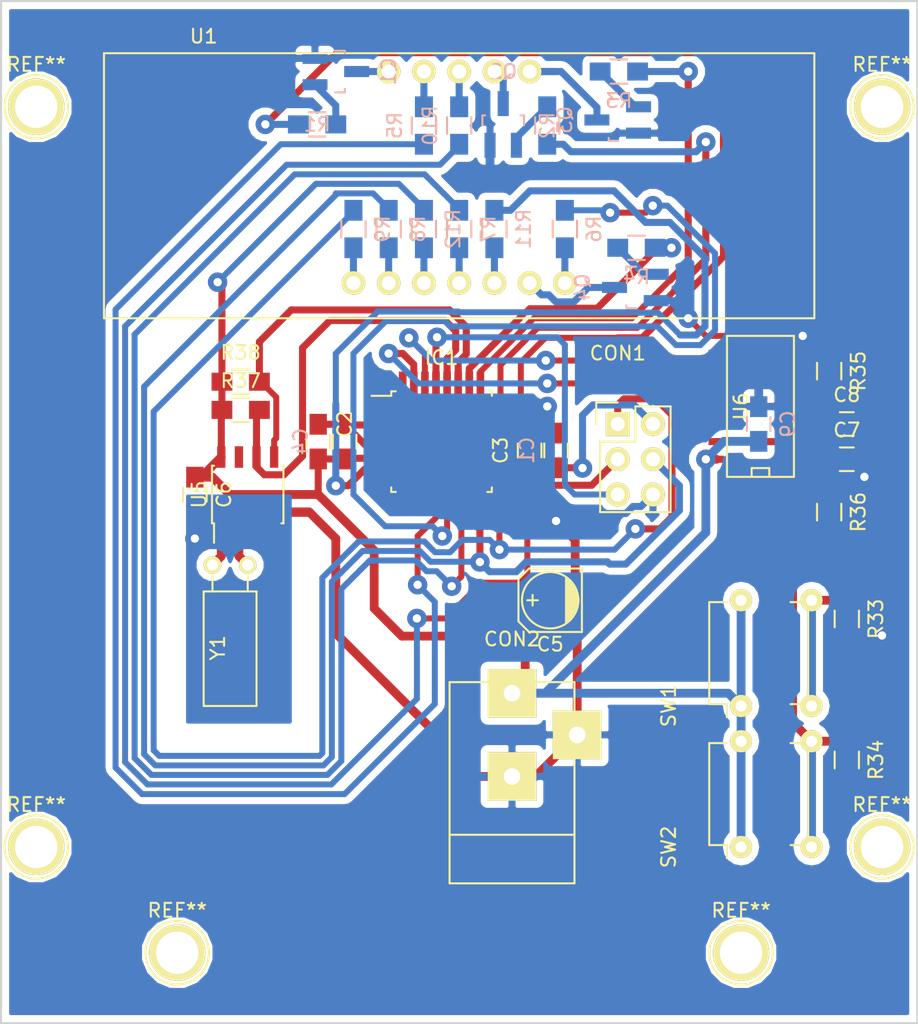
<source format=kicad_pcb>
(kicad_pcb (version 4) (host pcbnew "(2015-12-07 BZR 6352)-product")

  (general
    (links 95)
    (no_connects 0)
    (area -0.075001 -73.735001 66.115001 0.075001)
    (thickness 1.6)
    (drawings 6)
    (tracks 476)
    (zones 0)
    (modules 46)
    (nets 57)
  )

  (page A4)
  (layers
    (0 F.Cu signal)
    (31 B.Cu signal)
    (32 B.Adhes user hide)
    (33 F.Adhes user hide)
    (34 B.Paste user hide)
    (35 F.Paste user hide)
    (36 B.SilkS user)
    (37 F.SilkS user)
    (38 B.Mask user)
    (39 F.Mask user)
    (40 Dwgs.User user hide)
    (41 Cmts.User user hide)
    (42 Eco1.User user hide)
    (43 Eco2.User user hide)
    (44 Edge.Cuts user)
    (45 Margin user)
    (46 B.CrtYd user)
    (47 F.CrtYd user)
    (48 B.Fab user)
    (49 F.Fab user)
  )

  (setup
    (last_trace_width 0.4318)
    (user_trace_width 0.508)
    (user_trace_width 0.635)
    (user_trace_width 1.27)
    (trace_clearance 0.25)
    (zone_clearance 0.508)
    (zone_45_only yes)
    (trace_min 0)
    (segment_width 0.2)
    (edge_width 0.15)
    (via_size 1.6)
    (via_drill 0.6)
    (via_min_size 0.4)
    (via_min_drill 0.3)
    (uvia_size 0.3)
    (uvia_drill 0.1)
    (uvias_allowed no)
    (uvia_min_size 0)
    (uvia_min_drill 0)
    (pcb_text_width 0.3)
    (pcb_text_size 1.5 1.5)
    (mod_edge_width 0.15)
    (mod_text_size 1 1)
    (mod_text_width 0.15)
    (pad_size 3.50012 3.50012)
    (pad_drill 1.2)
    (pad_to_mask_clearance 0.2)
    (aux_axis_origin 0 0)
    (visible_elements FFFFFF7F)
    (pcbplotparams
      (layerselection 0x01000_80000001)
      (usegerberextensions false)
      (excludeedgelayer true)
      (linewidth 0.100000)
      (plotframeref false)
      (viasonmask false)
      (mode 1)
      (useauxorigin false)
      (hpglpennumber 1)
      (hpglpenspeed 20)
      (hpglpendiameter 15)
      (hpglpenoverlay 2)
      (psnegative false)
      (psa4output false)
      (plotreference true)
      (plotvalue true)
      (plotinvisibletext false)
      (padsonsilk false)
      (subtractmaskfromsilk false)
      (outputformat 1)
      (mirror false)
      (drillshape 0)
      (scaleselection 1)
      (outputdirectory ""))
  )

  (net 0 "")
  (net 1 +5V)
  (net 2 GND)
  (net 3 "Net-(C7-Pad1)")
  (net 4 "Net-(C8-Pad1)")
  (net 5 MISO)
  (net 6 SCK)
  (net 7 MOSI)
  (net 8 RST)
  (net 9 "Net-(IC1-Pad1)")
  (net 10 "Net-(IC1-Pad2)")
  (net 11 /7)
  (net 12 "Net-(IC1-Pad8)")
  (net 13 "Net-(IC1-Pad9)")
  (net 14 "Net-(IC1-Pad10)")
  (net 15 "Net-(IC1-Pad11)")
  (net 16 /1)
  (net 17 /2)
  (net 18 /3)
  (net 19 "Net-(IC1-Pad19)")
  (net 20 "Net-(IC1-Pad22)")
  (net 21 "Net-(IC1-Pad23)")
  (net 22 "Net-(IC1-Pad24)")
  (net 23 "Net-(IC1-Pad25)")
  (net 24 "Net-(IC1-Pad26)")
  (net 25 SDA)
  (net 26 SCL)
  (net 27 Button1)
  (net 28 Button2)
  (net 29 "Net-(IC1-Pad32)")
  (net 30 "Net-(Q1-Pad1)")
  (net 31 "Net-(Q2-Pad1)")
  (net 32 "Net-(Q3-Pad1)")
  (net 33 "Net-(Q4-Pad1)")
  (net 34 "Net-(R5-Pad1)")
  (net 35 "Net-(R6-Pad1)")
  (net 36 "Net-(R7-Pad1)")
  (net 37 "Net-(R8-Pad1)")
  (net 38 "Net-(R9-Pad1)")
  (net 39 "Net-(R10-Pad1)")
  (net 40 "Net-(R11-Pad1)")
  (net 41 "Net-(R12-Pad1)")
  (net 42 "Net-(R33-Pad1)")
  (net 43 "Net-(R34-Pad1)")
  (net 44 "Net-(U5-Pad1)")
  (net 45 "Net-(U5-Pad2)")
  (net 46 "Net-(U5-Pad7)")
  (net 47 "Net-(U6-Pad11)")
  (net 48 "Net-(U6-Pad13)")
  (net 49 "Net-(U6-Pad5)")
  (net 50 "Net-(U6-Pad6)")
  (net 51 "Net-(U6-Pad8)")
  (net 52 "Net-(U6-Pad9)")
  (net 53 "Net-(Q1-Pad3)")
  (net 54 "Net-(Q2-Pad3)")
  (net 55 "Net-(Q3-Pad3)")
  (net 56 "Net-(Q4-Pad3)")

  (net_class Default "This is the default net class."
    (clearance 0.25)
    (trace_width 0.4318)
    (via_dia 1.6)
    (via_drill 0.6)
    (uvia_dia 0.3)
    (uvia_drill 0.1)
    (add_net +5V)
    (add_net /1)
    (add_net /2)
    (add_net /3)
    (add_net /7)
    (add_net Button1)
    (add_net Button2)
    (add_net GND)
    (add_net MISO)
    (add_net MOSI)
    (add_net "Net-(C7-Pad1)")
    (add_net "Net-(C8-Pad1)")
    (add_net "Net-(IC1-Pad1)")
    (add_net "Net-(IC1-Pad10)")
    (add_net "Net-(IC1-Pad11)")
    (add_net "Net-(IC1-Pad19)")
    (add_net "Net-(IC1-Pad2)")
    (add_net "Net-(IC1-Pad22)")
    (add_net "Net-(IC1-Pad23)")
    (add_net "Net-(IC1-Pad24)")
    (add_net "Net-(IC1-Pad25)")
    (add_net "Net-(IC1-Pad26)")
    (add_net "Net-(IC1-Pad32)")
    (add_net "Net-(IC1-Pad8)")
    (add_net "Net-(IC1-Pad9)")
    (add_net "Net-(Q1-Pad1)")
    (add_net "Net-(Q1-Pad3)")
    (add_net "Net-(Q2-Pad1)")
    (add_net "Net-(Q2-Pad3)")
    (add_net "Net-(Q3-Pad1)")
    (add_net "Net-(Q3-Pad3)")
    (add_net "Net-(Q4-Pad1)")
    (add_net "Net-(Q4-Pad3)")
    (add_net "Net-(R10-Pad1)")
    (add_net "Net-(R11-Pad1)")
    (add_net "Net-(R12-Pad1)")
    (add_net "Net-(R33-Pad1)")
    (add_net "Net-(R34-Pad1)")
    (add_net "Net-(R5-Pad1)")
    (add_net "Net-(R6-Pad1)")
    (add_net "Net-(R7-Pad1)")
    (add_net "Net-(R8-Pad1)")
    (add_net "Net-(R9-Pad1)")
    (add_net "Net-(U5-Pad1)")
    (add_net "Net-(U5-Pad2)")
    (add_net "Net-(U5-Pad7)")
    (add_net "Net-(U6-Pad11)")
    (add_net "Net-(U6-Pad13)")
    (add_net "Net-(U6-Pad5)")
    (add_net "Net-(U6-Pad6)")
    (add_net "Net-(U6-Pad8)")
    (add_net "Net-(U6-Pad9)")
    (add_net RST)
    (add_net SCK)
    (add_net SCL)
    (add_net SDA)
  )

  (module Housings_QFP:TQFP-32_7x7mm_Pitch0.8mm (layer F.Cu) (tedit 54130A77) (tstamp 56BAB976)
    (at 31.75 -41.91)
    (descr "32-Lead Plastic Thin Quad Flatpack (PT) - 7x7x1.0 mm Body, 2.00 mm [TQFP] (see Microchip Packaging Specification 00000049BS.pdf)")
    (tags "QFP 0.8")
    (path /56BAAF76)
    (attr smd)
    (fp_text reference IC1 (at 0 -6.05) (layer F.SilkS)
      (effects (font (size 1 1) (thickness 0.15)))
    )
    (fp_text value ATMEGA328P-A (at 0 6.05) (layer F.Fab)
      (effects (font (size 1 1) (thickness 0.15)))
    )
    (fp_line (start -5.3 -5.3) (end -5.3 5.3) (layer F.CrtYd) (width 0.05))
    (fp_line (start 5.3 -5.3) (end 5.3 5.3) (layer F.CrtYd) (width 0.05))
    (fp_line (start -5.3 -5.3) (end 5.3 -5.3) (layer F.CrtYd) (width 0.05))
    (fp_line (start -5.3 5.3) (end 5.3 5.3) (layer F.CrtYd) (width 0.05))
    (fp_line (start -3.625 -3.625) (end -3.625 -3.3) (layer F.SilkS) (width 0.15))
    (fp_line (start 3.625 -3.625) (end 3.625 -3.3) (layer F.SilkS) (width 0.15))
    (fp_line (start 3.625 3.625) (end 3.625 3.3) (layer F.SilkS) (width 0.15))
    (fp_line (start -3.625 3.625) (end -3.625 3.3) (layer F.SilkS) (width 0.15))
    (fp_line (start -3.625 -3.625) (end -3.3 -3.625) (layer F.SilkS) (width 0.15))
    (fp_line (start -3.625 3.625) (end -3.3 3.625) (layer F.SilkS) (width 0.15))
    (fp_line (start 3.625 3.625) (end 3.3 3.625) (layer F.SilkS) (width 0.15))
    (fp_line (start 3.625 -3.625) (end 3.3 -3.625) (layer F.SilkS) (width 0.15))
    (fp_line (start -3.625 -3.3) (end -5.05 -3.3) (layer F.SilkS) (width 0.15))
    (pad 1 smd rect (at -4.25 -2.8) (size 1.6 0.55) (layers F.Cu F.Paste F.Mask)
      (net 9 "Net-(IC1-Pad1)"))
    (pad 2 smd rect (at -4.25 -2) (size 1.6 0.55) (layers F.Cu F.Paste F.Mask)
      (net 10 "Net-(IC1-Pad2)"))
    (pad 3 smd rect (at -4.25 -1.2) (size 1.6 0.55) (layers F.Cu F.Paste F.Mask)
      (net 2 GND))
    (pad 4 smd rect (at -4.25 -0.4) (size 1.6 0.55) (layers F.Cu F.Paste F.Mask)
      (net 1 +5V))
    (pad 5 smd rect (at -4.25 0.4) (size 1.6 0.55) (layers F.Cu F.Paste F.Mask)
      (net 2 GND))
    (pad 6 smd rect (at -4.25 1.2) (size 1.6 0.55) (layers F.Cu F.Paste F.Mask)
      (net 1 +5V))
    (pad 7 smd rect (at -4.25 2) (size 1.6 0.55) (layers F.Cu F.Paste F.Mask)
      (net 11 /7))
    (pad 8 smd rect (at -4.25 2.8) (size 1.6 0.55) (layers F.Cu F.Paste F.Mask)
      (net 12 "Net-(IC1-Pad8)"))
    (pad 9 smd rect (at -2.8 4.25 90) (size 1.6 0.55) (layers F.Cu F.Paste F.Mask)
      (net 13 "Net-(IC1-Pad9)"))
    (pad 10 smd rect (at -2 4.25 90) (size 1.6 0.55) (layers F.Cu F.Paste F.Mask)
      (net 14 "Net-(IC1-Pad10)"))
    (pad 11 smd rect (at -1.2 4.25 90) (size 1.6 0.55) (layers F.Cu F.Paste F.Mask)
      (net 15 "Net-(IC1-Pad11)"))
    (pad 12 smd rect (at -0.4 4.25 90) (size 1.6 0.55) (layers F.Cu F.Paste F.Mask)
      (net 16 /1))
    (pad 13 smd rect (at 0.4 4.25 90) (size 1.6 0.55) (layers F.Cu F.Paste F.Mask)
      (net 17 /2))
    (pad 14 smd rect (at 1.2 4.25 90) (size 1.6 0.55) (layers F.Cu F.Paste F.Mask)
      (net 18 /3))
    (pad 15 smd rect (at 2 4.25 90) (size 1.6 0.55) (layers F.Cu F.Paste F.Mask)
      (net 7 MOSI))
    (pad 16 smd rect (at 2.8 4.25 90) (size 1.6 0.55) (layers F.Cu F.Paste F.Mask)
      (net 5 MISO))
    (pad 17 smd rect (at 4.25 2.8) (size 1.6 0.55) (layers F.Cu F.Paste F.Mask)
      (net 6 SCK))
    (pad 18 smd rect (at 4.25 2) (size 1.6 0.55) (layers F.Cu F.Paste F.Mask)
      (net 1 +5V))
    (pad 19 smd rect (at 4.25 1.2) (size 1.6 0.55) (layers F.Cu F.Paste F.Mask)
      (net 19 "Net-(IC1-Pad19)"))
    (pad 20 smd rect (at 4.25 0.4) (size 1.6 0.55) (layers F.Cu F.Paste F.Mask)
      (net 1 +5V))
    (pad 21 smd rect (at 4.25 -0.4) (size 1.6 0.55) (layers F.Cu F.Paste F.Mask)
      (net 2 GND))
    (pad 22 smd rect (at 4.25 -1.2) (size 1.6 0.55) (layers F.Cu F.Paste F.Mask)
      (net 20 "Net-(IC1-Pad22)"))
    (pad 23 smd rect (at 4.25 -2) (size 1.6 0.55) (layers F.Cu F.Paste F.Mask)
      (net 21 "Net-(IC1-Pad23)"))
    (pad 24 smd rect (at 4.25 -2.8) (size 1.6 0.55) (layers F.Cu F.Paste F.Mask)
      (net 22 "Net-(IC1-Pad24)"))
    (pad 25 smd rect (at 2.8 -4.25 90) (size 1.6 0.55) (layers F.Cu F.Paste F.Mask)
      (net 23 "Net-(IC1-Pad25)"))
    (pad 26 smd rect (at 2 -4.25 90) (size 1.6 0.55) (layers F.Cu F.Paste F.Mask)
      (net 24 "Net-(IC1-Pad26)"))
    (pad 27 smd rect (at 1.2 -4.25 90) (size 1.6 0.55) (layers F.Cu F.Paste F.Mask)
      (net 25 SDA))
    (pad 28 smd rect (at 0.4 -4.25 90) (size 1.6 0.55) (layers F.Cu F.Paste F.Mask)
      (net 26 SCL))
    (pad 29 smd rect (at -0.4 -4.25 90) (size 1.6 0.55) (layers F.Cu F.Paste F.Mask)
      (net 8 RST))
    (pad 30 smd rect (at -1.2 -4.25 90) (size 1.6 0.55) (layers F.Cu F.Paste F.Mask)
      (net 27 Button1))
    (pad 31 smd rect (at -2 -4.25 90) (size 1.6 0.55) (layers F.Cu F.Paste F.Mask)
      (net 28 Button2))
    (pad 32 smd rect (at -2.8 -4.25 90) (size 1.6 0.55) (layers F.Cu F.Paste F.Mask)
      (net 29 "Net-(IC1-Pad32)"))
    (model Housings_QFP.3dshapes/TQFP-32_7x7mm_Pitch0.8mm.wrl
      (at (xyz 0 0 0))
      (scale (xyz 1 1 1))
      (rotate (xyz 0 0 0))
    )
  )

  (module Housings_SOIC:SOIC-8_3.9x4.9mm_Pitch1.27mm (layer F.Cu) (tedit 54130A77) (tstamp 56BABABE)
    (at 17.78 -38.1 90)
    (descr "8-Lead Plastic Small Outline (SN) - Narrow, 3.90 mm Body [SOIC] (see Microchip Packaging Specification 00000049BS.pdf)")
    (tags "SOIC 1.27")
    (path /56BB37DF/56BB53FE)
    (attr smd)
    (fp_text reference U5 (at 0 -3.5 90) (layer F.SilkS)
      (effects (font (size 1 1) (thickness 0.15)))
    )
    (fp_text value DS1307 (at 0 3.5 90) (layer F.Fab)
      (effects (font (size 1 1) (thickness 0.15)))
    )
    (fp_line (start -3.75 -2.75) (end -3.75 2.75) (layer F.CrtYd) (width 0.05))
    (fp_line (start 3.75 -2.75) (end 3.75 2.75) (layer F.CrtYd) (width 0.05))
    (fp_line (start -3.75 -2.75) (end 3.75 -2.75) (layer F.CrtYd) (width 0.05))
    (fp_line (start -3.75 2.75) (end 3.75 2.75) (layer F.CrtYd) (width 0.05))
    (fp_line (start -2.075 -2.575) (end -2.075 -2.43) (layer F.SilkS) (width 0.15))
    (fp_line (start 2.075 -2.575) (end 2.075 -2.43) (layer F.SilkS) (width 0.15))
    (fp_line (start 2.075 2.575) (end 2.075 2.43) (layer F.SilkS) (width 0.15))
    (fp_line (start -2.075 2.575) (end -2.075 2.43) (layer F.SilkS) (width 0.15))
    (fp_line (start -2.075 -2.575) (end 2.075 -2.575) (layer F.SilkS) (width 0.15))
    (fp_line (start -2.075 2.575) (end 2.075 2.575) (layer F.SilkS) (width 0.15))
    (fp_line (start -2.075 -2.43) (end -3.475 -2.43) (layer F.SilkS) (width 0.15))
    (pad 1 smd rect (at -2.7 -1.905 90) (size 1.55 0.6) (layers F.Cu F.Paste F.Mask)
      (net 44 "Net-(U5-Pad1)"))
    (pad 2 smd rect (at -2.7 -0.635 90) (size 1.55 0.6) (layers F.Cu F.Paste F.Mask)
      (net 45 "Net-(U5-Pad2)"))
    (pad 3 smd rect (at -2.7 0.635 90) (size 1.55 0.6) (layers F.Cu F.Paste F.Mask)
      (net 2 GND))
    (pad 4 smd rect (at -2.7 1.905 90) (size 1.55 0.6) (layers F.Cu F.Paste F.Mask)
      (net 2 GND))
    (pad 5 smd rect (at 2.7 1.905 90) (size 1.55 0.6) (layers F.Cu F.Paste F.Mask)
      (net 25 SDA))
    (pad 6 smd rect (at 2.7 0.635 90) (size 1.55 0.6) (layers F.Cu F.Paste F.Mask)
      (net 26 SCL))
    (pad 7 smd rect (at 2.7 -0.635 90) (size 1.55 0.6) (layers F.Cu F.Paste F.Mask)
      (net 46 "Net-(U5-Pad7)"))
    (pad 8 smd rect (at 2.7 -1.905 90) (size 1.55 0.6) (layers F.Cu F.Paste F.Mask)
      (net 1 +5V))
    (model Housings_SOIC.3dshapes/SOIC-8_3.9x4.9mm_Pitch1.27mm.wrl
      (at (xyz 0 0 0))
      (scale (xyz 1 1 1))
      (rotate (xyz 0 0 0))
    )
  )

  (module Resistors_SMD:R_0805_HandSoldering (layer B.Cu) (tedit 54189DEE) (tstamp 56BAB9A4)
    (at 44.53 -68.58)
    (descr "Resistor SMD 0805, hand soldering")
    (tags "resistor 0805")
    (path /56BAF96D)
    (attr smd)
    (fp_text reference R3 (at 0 2.1) (layer B.SilkS)
      (effects (font (size 1 1) (thickness 0.15)) (justify mirror))
    )
    (fp_text value 1k (at 0 -2.1) (layer B.Fab)
      (effects (font (size 1 1) (thickness 0.15)) (justify mirror))
    )
    (fp_line (start -2.4 1) (end 2.4 1) (layer B.CrtYd) (width 0.05))
    (fp_line (start -2.4 -1) (end 2.4 -1) (layer B.CrtYd) (width 0.05))
    (fp_line (start -2.4 1) (end -2.4 -1) (layer B.CrtYd) (width 0.05))
    (fp_line (start 2.4 1) (end 2.4 -1) (layer B.CrtYd) (width 0.05))
    (fp_line (start 0.6 -0.875) (end -0.6 -0.875) (layer B.SilkS) (width 0.15))
    (fp_line (start -0.6 0.875) (end 0.6 0.875) (layer B.SilkS) (width 0.15))
    (pad 1 smd rect (at -1.35 0) (size 1.5 1.3) (layers B.Cu B.Paste B.Mask)
      (net 32 "Net-(Q3-Pad1)"))
    (pad 2 smd rect (at 1.35 0) (size 1.5 1.3) (layers B.Cu B.Paste B.Mask)
      (net 23 "Net-(IC1-Pad25)"))
    (model Resistors_SMD.3dshapes/R_0805_HandSoldering.wrl
      (at (xyz 0 0 0))
      (scale (xyz 1 1 1))
      (rotate (xyz 0 0 0))
    )
  )

  (module Capacitors_SMD:C_0805_HandSoldering (layer F.Cu) (tedit 541A9B8D) (tstamp 56BAB917)
    (at 40.005 -41.275 90)
    (descr "Capacitor SMD 0805, hand soldering")
    (tags "capacitor 0805")
    (path /56BB3D83)
    (attr smd)
    (fp_text reference C1 (at 0 -2.1 90) (layer B.SilkS)
      (effects (font (size 1 1) (thickness 0.15)) (justify mirror))
    )
    (fp_text value .1u (at 0 2.1 90) (layer F.Fab)
      (effects (font (size 1 1) (thickness 0.15)))
    )
    (fp_line (start -2.3 -1) (end 2.3 -1) (layer F.CrtYd) (width 0.05))
    (fp_line (start -2.3 1) (end 2.3 1) (layer F.CrtYd) (width 0.05))
    (fp_line (start -2.3 -1) (end -2.3 1) (layer F.CrtYd) (width 0.05))
    (fp_line (start 2.3 -1) (end 2.3 1) (layer F.CrtYd) (width 0.05))
    (fp_line (start 0.5 -0.85) (end -0.5 -0.85) (layer F.SilkS) (width 0.15))
    (fp_line (start -0.5 0.85) (end 0.5 0.85) (layer F.SilkS) (width 0.15))
    (pad 1 smd rect (at -1.25 0 90) (size 1.5 1.25) (layers F.Cu F.Paste F.Mask)
      (net 1 +5V))
    (pad 2 smd rect (at 1.25 0 90) (size 1.5 1.25) (layers F.Cu F.Paste F.Mask)
      (net 2 GND))
    (model Capacitors_SMD.3dshapes/C_0805_HandSoldering.wrl
      (at (xyz 0 0 0))
      (scale (xyz 1 1 1))
      (rotate (xyz 0 0 0))
    )
  )

  (module Capacitors_SMD:C_0805_HandSoldering (layer F.Cu) (tedit 541A9B8D) (tstamp 56BAB91D)
    (at 24.765 -41.91 90)
    (descr "Capacitor SMD 0805, hand soldering")
    (tags "capacitor 0805")
    (path /56BB4250)
    (attr smd)
    (fp_text reference C2 (at 1.25 0 90) (layer F.SilkS)
      (effects (font (size 1 1) (thickness 0.15)))
    )
    (fp_text value .1u (at 0 2.1 90) (layer F.Fab)
      (effects (font (size 1 1) (thickness 0.15)))
    )
    (fp_line (start -2.3 -1) (end 2.3 -1) (layer F.CrtYd) (width 0.05))
    (fp_line (start -2.3 1) (end 2.3 1) (layer F.CrtYd) (width 0.05))
    (fp_line (start -2.3 -1) (end -2.3 1) (layer F.CrtYd) (width 0.05))
    (fp_line (start 2.3 -1) (end 2.3 1) (layer F.CrtYd) (width 0.05))
    (fp_line (start 0.5 -0.85) (end -0.5 -0.85) (layer F.SilkS) (width 0.15))
    (fp_line (start -0.5 0.85) (end 0.5 0.85) (layer F.SilkS) (width 0.15))
    (pad 1 smd rect (at -1.25 0 90) (size 1.5 1.25) (layers F.Cu F.Paste F.Mask)
      (net 1 +5V))
    (pad 2 smd rect (at 1.25 0 90) (size 1.5 1.25) (layers F.Cu F.Paste F.Mask)
      (net 2 GND))
    (model Capacitors_SMD.3dshapes/C_0805_HandSoldering.wrl
      (at (xyz 0 0 0))
      (scale (xyz 1 1 1))
      (rotate (xyz 0 0 0))
    )
  )

  (module Capacitors_SMD:C_0805_HandSoldering (layer F.Cu) (tedit 541A9B8D) (tstamp 56BAB923)
    (at 38.1 -41.275 90)
    (descr "Capacitor SMD 0805, hand soldering")
    (tags "capacitor 0805")
    (path /56BB42F7)
    (attr smd)
    (fp_text reference C3 (at 0 -2.1 90) (layer F.SilkS)
      (effects (font (size 1 1) (thickness 0.15)))
    )
    (fp_text value 10n (at 0 2.1 90) (layer F.Fab)
      (effects (font (size 1 1) (thickness 0.15)))
    )
    (fp_line (start -2.3 -1) (end 2.3 -1) (layer F.CrtYd) (width 0.05))
    (fp_line (start -2.3 1) (end 2.3 1) (layer F.CrtYd) (width 0.05))
    (fp_line (start -2.3 -1) (end -2.3 1) (layer F.CrtYd) (width 0.05))
    (fp_line (start 2.3 -1) (end 2.3 1) (layer F.CrtYd) (width 0.05))
    (fp_line (start 0.5 -0.85) (end -0.5 -0.85) (layer F.SilkS) (width 0.15))
    (fp_line (start -0.5 0.85) (end 0.5 0.85) (layer F.SilkS) (width 0.15))
    (pad 1 smd rect (at -1.25 0 90) (size 1.5 1.25) (layers F.Cu F.Paste F.Mask)
      (net 1 +5V))
    (pad 2 smd rect (at 1.25 0 90) (size 1.5 1.25) (layers F.Cu F.Paste F.Mask)
      (net 2 GND))
    (model Capacitors_SMD.3dshapes/C_0805_HandSoldering.wrl
      (at (xyz 0 0 0))
      (scale (xyz 1 1 1))
      (rotate (xyz 0 0 0))
    )
  )

  (module Capacitors_SMD:C_0805_HandSoldering (layer F.Cu) (tedit 541A9B8D) (tstamp 56BAB929)
    (at 22.86 -41.91 90)
    (descr "Capacitor SMD 0805, hand soldering")
    (tags "capacitor 0805")
    (path /56BB4397)
    (attr smd)
    (fp_text reference C4 (at 0 -1.27 90) (layer B.SilkS)
      (effects (font (size 1 1) (thickness 0.15)) (justify mirror))
    )
    (fp_text value 10n (at 0 2.1 90) (layer F.Fab)
      (effects (font (size 1 1) (thickness 0.15)))
    )
    (fp_line (start -2.3 -1) (end 2.3 -1) (layer F.CrtYd) (width 0.05))
    (fp_line (start -2.3 1) (end 2.3 1) (layer F.CrtYd) (width 0.05))
    (fp_line (start -2.3 -1) (end -2.3 1) (layer F.CrtYd) (width 0.05))
    (fp_line (start 2.3 -1) (end 2.3 1) (layer F.CrtYd) (width 0.05))
    (fp_line (start 0.5 -0.85) (end -0.5 -0.85) (layer F.SilkS) (width 0.15))
    (fp_line (start -0.5 0.85) (end 0.5 0.85) (layer F.SilkS) (width 0.15))
    (pad 1 smd rect (at -1.25 0 90) (size 1.5 1.25) (layers F.Cu F.Paste F.Mask)
      (net 1 +5V))
    (pad 2 smd rect (at 1.25 0 90) (size 1.5 1.25) (layers F.Cu F.Paste F.Mask)
      (net 2 GND))
    (model Capacitors_SMD.3dshapes/C_0805_HandSoldering.wrl
      (at (xyz 0 0 0))
      (scale (xyz 1 1 1))
      (rotate (xyz 0 0 0))
    )
  )

  (module Capacitors_SMD:C_0805_HandSoldering (layer F.Cu) (tedit 541A9B8D) (tstamp 56BAB935)
    (at 13.97 -38.1 270)
    (descr "Capacitor SMD 0805, hand soldering")
    (tags "capacitor 0805")
    (path /56BB37DF/56BB5767)
    (attr smd)
    (fp_text reference C6 (at 0 -2.1 270) (layer F.SilkS)
      (effects (font (size 1 1) (thickness 0.15)))
    )
    (fp_text value .1u (at 0 2.1 270) (layer F.Fab)
      (effects (font (size 1 1) (thickness 0.15)))
    )
    (fp_line (start -2.3 -1) (end 2.3 -1) (layer F.CrtYd) (width 0.05))
    (fp_line (start -2.3 1) (end 2.3 1) (layer F.CrtYd) (width 0.05))
    (fp_line (start -2.3 -1) (end -2.3 1) (layer F.CrtYd) (width 0.05))
    (fp_line (start 2.3 -1) (end 2.3 1) (layer F.CrtYd) (width 0.05))
    (fp_line (start 0.5 -0.85) (end -0.5 -0.85) (layer F.SilkS) (width 0.15))
    (fp_line (start -0.5 0.85) (end 0.5 0.85) (layer F.SilkS) (width 0.15))
    (pad 1 smd rect (at -1.25 0 270) (size 1.5 1.25) (layers F.Cu F.Paste F.Mask)
      (net 1 +5V))
    (pad 2 smd rect (at 1.25 0 270) (size 1.5 1.25) (layers F.Cu F.Paste F.Mask)
      (net 2 GND))
    (model Capacitors_SMD.3dshapes/C_0805_HandSoldering.wrl
      (at (xyz 0 0 0))
      (scale (xyz 1 1 1))
      (rotate (xyz 0 0 0))
    )
  )

  (module Capacitors_SMD:C_0805_HandSoldering (layer F.Cu) (tedit 541A9B8D) (tstamp 56BAB93B)
    (at 60.96 -40.64)
    (descr "Capacitor SMD 0805, hand soldering")
    (tags "capacitor 0805")
    (path /56BB633F/56BB82C9)
    (attr smd)
    (fp_text reference C7 (at 0 -2.1) (layer F.SilkS)
      (effects (font (size 1 1) (thickness 0.15)))
    )
    (fp_text value .47u (at 0 2.1) (layer F.Fab)
      (effects (font (size 1 1) (thickness 0.15)))
    )
    (fp_line (start -2.3 -1) (end 2.3 -1) (layer F.CrtYd) (width 0.05))
    (fp_line (start -2.3 1) (end 2.3 1) (layer F.CrtYd) (width 0.05))
    (fp_line (start -2.3 -1) (end -2.3 1) (layer F.CrtYd) (width 0.05))
    (fp_line (start 2.3 -1) (end 2.3 1) (layer F.CrtYd) (width 0.05))
    (fp_line (start 0.5 -0.85) (end -0.5 -0.85) (layer F.SilkS) (width 0.15))
    (fp_line (start -0.5 0.85) (end 0.5 0.85) (layer F.SilkS) (width 0.15))
    (pad 1 smd rect (at -1.25 0) (size 1.5 1.25) (layers F.Cu F.Paste F.Mask)
      (net 3 "Net-(C7-Pad1)"))
    (pad 2 smd rect (at 1.25 0) (size 1.5 1.25) (layers F.Cu F.Paste F.Mask)
      (net 2 GND))
    (model Capacitors_SMD.3dshapes/C_0805_HandSoldering.wrl
      (at (xyz 0 0 0))
      (scale (xyz 1 1 1))
      (rotate (xyz 0 0 0))
    )
  )

  (module Capacitors_SMD:C_0805_HandSoldering (layer F.Cu) (tedit 541A9B8D) (tstamp 56BAB941)
    (at 60.96 -43.18)
    (descr "Capacitor SMD 0805, hand soldering")
    (tags "capacitor 0805")
    (path /56BB633F/56BB81D1)
    (attr smd)
    (fp_text reference C8 (at 0 -2.1) (layer F.SilkS)
      (effects (font (size 1 1) (thickness 0.15)))
    )
    (fp_text value .47u (at 0 2.1) (layer F.Fab)
      (effects (font (size 1 1) (thickness 0.15)))
    )
    (fp_line (start -2.3 -1) (end 2.3 -1) (layer F.CrtYd) (width 0.05))
    (fp_line (start -2.3 1) (end 2.3 1) (layer F.CrtYd) (width 0.05))
    (fp_line (start -2.3 -1) (end -2.3 1) (layer F.CrtYd) (width 0.05))
    (fp_line (start 2.3 -1) (end 2.3 1) (layer F.CrtYd) (width 0.05))
    (fp_line (start 0.5 -0.85) (end -0.5 -0.85) (layer F.SilkS) (width 0.15))
    (fp_line (start -0.5 0.85) (end 0.5 0.85) (layer F.SilkS) (width 0.15))
    (pad 1 smd rect (at -1.25 0) (size 1.5 1.25) (layers F.Cu F.Paste F.Mask)
      (net 4 "Net-(C8-Pad1)"))
    (pad 2 smd rect (at 1.25 0) (size 1.5 1.25) (layers F.Cu F.Paste F.Mask)
      (net 2 GND))
    (model Capacitors_SMD.3dshapes/C_0805_HandSoldering.wrl
      (at (xyz 0 0 0))
      (scale (xyz 1 1 1))
      (rotate (xyz 0 0 0))
    )
  )

  (module Pin_Headers:Pin_Header_Straight_2x03 (layer F.Cu) (tedit 54EA0A4B) (tstamp 56BAB94B)
    (at 44.45 -43.18)
    (descr "Through hole pin header")
    (tags "pin header")
    (path /56BB8F46)
    (fp_text reference CON1 (at 0 -5.1) (layer F.SilkS)
      (effects (font (size 1 1) (thickness 0.15)))
    )
    (fp_text value AVR-ISP-6 (at 0 -3.1) (layer F.Fab)
      (effects (font (size 1 1) (thickness 0.15)))
    )
    (fp_line (start -1.27 1.27) (end -1.27 6.35) (layer F.SilkS) (width 0.15))
    (fp_line (start -1.55 -1.55) (end 0 -1.55) (layer F.SilkS) (width 0.15))
    (fp_line (start -1.75 -1.75) (end -1.75 6.85) (layer F.CrtYd) (width 0.05))
    (fp_line (start 4.3 -1.75) (end 4.3 6.85) (layer F.CrtYd) (width 0.05))
    (fp_line (start -1.75 -1.75) (end 4.3 -1.75) (layer F.CrtYd) (width 0.05))
    (fp_line (start -1.75 6.85) (end 4.3 6.85) (layer F.CrtYd) (width 0.05))
    (fp_line (start 1.27 -1.27) (end 1.27 1.27) (layer F.SilkS) (width 0.15))
    (fp_line (start 1.27 1.27) (end -1.27 1.27) (layer F.SilkS) (width 0.15))
    (fp_line (start -1.27 6.35) (end 3.81 6.35) (layer F.SilkS) (width 0.15))
    (fp_line (start 3.81 6.35) (end 3.81 1.27) (layer F.SilkS) (width 0.15))
    (fp_line (start -1.55 -1.55) (end -1.55 0) (layer F.SilkS) (width 0.15))
    (fp_line (start 3.81 -1.27) (end 1.27 -1.27) (layer F.SilkS) (width 0.15))
    (fp_line (start 3.81 1.27) (end 3.81 -1.27) (layer F.SilkS) (width 0.15))
    (pad 1 thru_hole rect (at 0 0) (size 1.7272 1.7272) (drill 1.016) (layers *.Cu *.Mask F.SilkS)
      (net 5 MISO))
    (pad 2 thru_hole oval (at 2.54 0) (size 1.7272 1.7272) (drill 1.016) (layers *.Cu *.Mask F.SilkS)
      (net 1 +5V))
    (pad 3 thru_hole oval (at 0 2.54) (size 1.7272 1.7272) (drill 1.016) (layers *.Cu *.Mask F.SilkS)
      (net 6 SCK))
    (pad 4 thru_hole oval (at 2.54 2.54) (size 1.7272 1.7272) (drill 1.016) (layers *.Cu *.Mask F.SilkS)
      (net 7 MOSI))
    (pad 5 thru_hole oval (at 0 5.08) (size 1.7272 1.7272) (drill 1.016) (layers *.Cu *.Mask F.SilkS)
      (net 8 RST))
    (pad 6 thru_hole oval (at 2.54 5.08) (size 1.7272 1.7272) (drill 1.016) (layers *.Cu *.Mask F.SilkS)
      (net 2 GND))
    (model Pin_Headers.3dshapes/Pin_Header_Straight_2x03.wrl
      (at (xyz 0.05 -0.1 0))
      (scale (xyz 1 1 1))
      (rotate (xyz 0 0 90))
    )
  )

  (module Connect:BARREL_JACK (layer F.Cu) (tedit 56C104B2) (tstamp 56BAB952)
    (at 36.83 -17.57934 90)
    (descr "DC Barrel Jack")
    (tags "Power Jack")
    (path /56BAB1DF/56BAB1EB)
    (fp_text reference CON2 (at 10.09904 0 180) (layer F.SilkS)
      (effects (font (size 1 1) (thickness 0.15)))
    )
    (fp_text value BARREL_JACK (at 0 -5.99948 90) (layer F.Fab)
      (effects (font (size 1 1) (thickness 0.15)))
    )
    (fp_line (start -4.0005 -4.50088) (end -4.0005 4.50088) (layer F.SilkS) (width 0.15))
    (fp_line (start -7.50062 -4.50088) (end -7.50062 4.50088) (layer F.SilkS) (width 0.15))
    (fp_line (start -7.50062 4.50088) (end 7.00024 4.50088) (layer F.SilkS) (width 0.15))
    (fp_line (start 7.00024 4.50088) (end 7.00024 -4.50088) (layer F.SilkS) (width 0.15))
    (fp_line (start 7.00024 -4.50088) (end -7.50062 -4.50088) (layer F.SilkS) (width 0.15))
    (pad 1 thru_hole rect (at 6.20014 0 90) (size 3.50012 3.50012) (drill 1.2) (layers *.Cu *.Mask F.SilkS)
      (net 1 +5V))
    (pad 2 thru_hole rect (at 0.20066 0 90) (size 3.50012 3.50012) (drill 1.2) (layers *.Cu *.Mask F.SilkS)
      (net 2 GND))
    (pad 3 thru_hole rect (at 3.2004 4.699 90) (size 3.50012 3.50012) (drill 1.2) (layers *.Cu *.Mask F.SilkS)
      (net 2 GND))
  )

  (module TO_SOT_Packages_SMD:SOT-23_Handsoldering (layer B.Cu) (tedit 54E9291B) (tstamp 56BAB97D)
    (at 24.13 -68.58 90)
    (descr "SOT-23, Handsoldering")
    (tags SOT-23)
    (path /56C16CD1)
    (attr smd)
    (fp_text reference Q1 (at 0 3.81 90) (layer B.SilkS)
      (effects (font (size 1 1) (thickness 0.15)) (justify mirror))
    )
    (fp_text value Q_NPN_BEC (at 0 -3.81 90) (layer B.Fab)
      (effects (font (size 1 1) (thickness 0.15)) (justify mirror))
    )
    (fp_line (start -1.49982 -0.0508) (end -1.49982 0.65024) (layer B.SilkS) (width 0.15))
    (fp_line (start -1.49982 0.65024) (end -1.2509 0.65024) (layer B.SilkS) (width 0.15))
    (fp_line (start 1.29916 0.65024) (end 1.49982 0.65024) (layer B.SilkS) (width 0.15))
    (fp_line (start 1.49982 0.65024) (end 1.49982 -0.0508) (layer B.SilkS) (width 0.15))
    (pad 1 smd rect (at -0.95 -1.50114 90) (size 0.8001 1.80086) (layers B.Cu B.Paste B.Mask)
      (net 30 "Net-(Q1-Pad1)"))
    (pad 2 smd rect (at 0.95 -1.50114 90) (size 0.8001 1.80086) (layers B.Cu B.Paste B.Mask)
      (net 2 GND))
    (pad 3 smd rect (at 0 1.50114 90) (size 0.8001 1.80086) (layers B.Cu B.Paste B.Mask)
      (net 53 "Net-(Q1-Pad3)"))
    (model TO_SOT_Packages_SMD.3dshapes/SOT-23_Handsoldering.wrl
      (at (xyz 0 0 0))
      (scale (xyz 1 1 1))
      (rotate (xyz 0 0 0))
    )
  )

  (module TO_SOT_Packages_SMD:SOT-23_Handsoldering (layer B.Cu) (tedit 54E9291B) (tstamp 56BAB984)
    (at 36.195 -64.77 180)
    (descr "SOT-23, Handsoldering")
    (tags SOT-23)
    (path /56C1722F)
    (attr smd)
    (fp_text reference Q2 (at 0 3.81 180) (layer B.SilkS)
      (effects (font (size 1 1) (thickness 0.15)) (justify mirror))
    )
    (fp_text value Q_NPN_BEC (at 0 -3.81 180) (layer B.Fab)
      (effects (font (size 1 1) (thickness 0.15)) (justify mirror))
    )
    (fp_line (start -1.49982 -0.0508) (end -1.49982 0.65024) (layer B.SilkS) (width 0.15))
    (fp_line (start -1.49982 0.65024) (end -1.2509 0.65024) (layer B.SilkS) (width 0.15))
    (fp_line (start 1.29916 0.65024) (end 1.49982 0.65024) (layer B.SilkS) (width 0.15))
    (fp_line (start 1.49982 0.65024) (end 1.49982 -0.0508) (layer B.SilkS) (width 0.15))
    (pad 1 smd rect (at -0.95 -1.50114 180) (size 0.8001 1.80086) (layers B.Cu B.Paste B.Mask)
      (net 31 "Net-(Q2-Pad1)"))
    (pad 2 smd rect (at 0.95 -1.50114 180) (size 0.8001 1.80086) (layers B.Cu B.Paste B.Mask)
      (net 2 GND))
    (pad 3 smd rect (at 0 1.50114 180) (size 0.8001 1.80086) (layers B.Cu B.Paste B.Mask)
      (net 54 "Net-(Q2-Pad3)"))
    (model TO_SOT_Packages_SMD.3dshapes/SOT-23_Handsoldering.wrl
      (at (xyz 0 0 0))
      (scale (xyz 1 1 1))
      (rotate (xyz 0 0 0))
    )
  )

  (module TO_SOT_Packages_SMD:SOT-23_Handsoldering (layer B.Cu) (tedit 54E9291B) (tstamp 56BAB98B)
    (at 44.45 -65.09 270)
    (descr "SOT-23, Handsoldering")
    (tags SOT-23)
    (path /56C172AB)
    (attr smd)
    (fp_text reference Q3 (at 0 3.81 270) (layer B.SilkS)
      (effects (font (size 1 1) (thickness 0.15)) (justify mirror))
    )
    (fp_text value Q_NPN_BEC (at 0 -3.81 270) (layer B.Fab)
      (effects (font (size 1 1) (thickness 0.15)) (justify mirror))
    )
    (fp_line (start -1.49982 -0.0508) (end -1.49982 0.65024) (layer B.SilkS) (width 0.15))
    (fp_line (start -1.49982 0.65024) (end -1.2509 0.65024) (layer B.SilkS) (width 0.15))
    (fp_line (start 1.29916 0.65024) (end 1.49982 0.65024) (layer B.SilkS) (width 0.15))
    (fp_line (start 1.49982 0.65024) (end 1.49982 -0.0508) (layer B.SilkS) (width 0.15))
    (pad 1 smd rect (at -0.95 -1.50114 270) (size 0.8001 1.80086) (layers B.Cu B.Paste B.Mask)
      (net 32 "Net-(Q3-Pad1)"))
    (pad 2 smd rect (at 0.95 -1.50114 270) (size 0.8001 1.80086) (layers B.Cu B.Paste B.Mask)
      (net 2 GND))
    (pad 3 smd rect (at 0 1.50114 270) (size 0.8001 1.80086) (layers B.Cu B.Paste B.Mask)
      (net 55 "Net-(Q3-Pad3)"))
    (model TO_SOT_Packages_SMD.3dshapes/SOT-23_Handsoldering.wrl
      (at (xyz 0 0 0))
      (scale (xyz 1 1 1))
      (rotate (xyz 0 0 0))
    )
  )

  (module TO_SOT_Packages_SMD:SOT-23_Handsoldering (layer B.Cu) (tedit 54E9291B) (tstamp 56BAB992)
    (at 45.72 -53.02 270)
    (descr "SOT-23, Handsoldering")
    (tags SOT-23)
    (path /56C16F21)
    (attr smd)
    (fp_text reference Q4 (at 0 3.81 270) (layer B.SilkS)
      (effects (font (size 1 1) (thickness 0.15)) (justify mirror))
    )
    (fp_text value Q_NPN_BEC (at 0 -3.81 270) (layer B.Fab)
      (effects (font (size 1 1) (thickness 0.15)) (justify mirror))
    )
    (fp_line (start -1.49982 -0.0508) (end -1.49982 0.65024) (layer B.SilkS) (width 0.15))
    (fp_line (start -1.49982 0.65024) (end -1.2509 0.65024) (layer B.SilkS) (width 0.15))
    (fp_line (start 1.29916 0.65024) (end 1.49982 0.65024) (layer B.SilkS) (width 0.15))
    (fp_line (start 1.49982 0.65024) (end 1.49982 -0.0508) (layer B.SilkS) (width 0.15))
    (pad 1 smd rect (at -0.95 -1.50114 270) (size 0.8001 1.80086) (layers B.Cu B.Paste B.Mask)
      (net 33 "Net-(Q4-Pad1)"))
    (pad 2 smd rect (at 0.95 -1.50114 270) (size 0.8001 1.80086) (layers B.Cu B.Paste B.Mask)
      (net 2 GND))
    (pad 3 smd rect (at 0 1.50114 270) (size 0.8001 1.80086) (layers B.Cu B.Paste B.Mask)
      (net 56 "Net-(Q4-Pad3)"))
    (model TO_SOT_Packages_SMD.3dshapes/SOT-23_Handsoldering.wrl
      (at (xyz 0 0 0))
      (scale (xyz 1 1 1))
      (rotate (xyz 0 0 0))
    )
  )

  (module Resistors_SMD:R_0805_HandSoldering (layer B.Cu) (tedit 54189DEE) (tstamp 56BAB998)
    (at 22.78 -64.77 180)
    (descr "Resistor SMD 0805, hand soldering")
    (tags "resistor 0805")
    (path /56BAF7B6)
    (attr smd)
    (fp_text reference R1 (at 0 0 180) (layer B.SilkS)
      (effects (font (size 1 1) (thickness 0.15)) (justify mirror))
    )
    (fp_text value 1k (at 0 -2.1 180) (layer B.Fab)
      (effects (font (size 1 1) (thickness 0.15)) (justify mirror))
    )
    (fp_line (start -2.4 1) (end 2.4 1) (layer B.CrtYd) (width 0.05))
    (fp_line (start -2.4 -1) (end 2.4 -1) (layer B.CrtYd) (width 0.05))
    (fp_line (start -2.4 1) (end -2.4 -1) (layer B.CrtYd) (width 0.05))
    (fp_line (start 2.4 1) (end 2.4 -1) (layer B.CrtYd) (width 0.05))
    (fp_line (start 0.6 -0.875) (end -0.6 -0.875) (layer B.SilkS) (width 0.15))
    (fp_line (start -0.6 0.875) (end 0.6 0.875) (layer B.SilkS) (width 0.15))
    (pad 1 smd rect (at -1.35 0 180) (size 1.5 1.3) (layers B.Cu B.Paste B.Mask)
      (net 30 "Net-(Q1-Pad1)"))
    (pad 2 smd rect (at 1.35 0 180) (size 1.5 1.3) (layers B.Cu B.Paste B.Mask)
      (net 21 "Net-(IC1-Pad23)"))
    (model Resistors_SMD.3dshapes/R_0805_HandSoldering.wrl
      (at (xyz 0 0 0))
      (scale (xyz 1 1 1))
      (rotate (xyz 0 0 0))
    )
  )

  (module Resistors_SMD:R_0805_HandSoldering (layer B.Cu) (tedit 54189DEE) (tstamp 56BAB99E)
    (at 39.37 -64.69 270)
    (descr "Resistor SMD 0805, hand soldering")
    (tags "resistor 0805")
    (path /56BAF8B8)
    (attr smd)
    (fp_text reference R2 (at 0 0 270) (layer B.SilkS)
      (effects (font (size 1 1) (thickness 0.15)) (justify mirror))
    )
    (fp_text value 1k (at 0 -2.1 270) (layer B.Fab)
      (effects (font (size 1 1) (thickness 0.15)) (justify mirror))
    )
    (fp_line (start -2.4 1) (end 2.4 1) (layer B.CrtYd) (width 0.05))
    (fp_line (start -2.4 -1) (end 2.4 -1) (layer B.CrtYd) (width 0.05))
    (fp_line (start -2.4 1) (end -2.4 -1) (layer B.CrtYd) (width 0.05))
    (fp_line (start 2.4 1) (end 2.4 -1) (layer B.CrtYd) (width 0.05))
    (fp_line (start 0.6 -0.875) (end -0.6 -0.875) (layer B.SilkS) (width 0.15))
    (fp_line (start -0.6 0.875) (end 0.6 0.875) (layer B.SilkS) (width 0.15))
    (pad 1 smd rect (at -1.35 0 270) (size 1.5 1.3) (layers B.Cu B.Paste B.Mask)
      (net 31 "Net-(Q2-Pad1)"))
    (pad 2 smd rect (at 1.35 0 270) (size 1.5 1.3) (layers B.Cu B.Paste B.Mask)
      (net 22 "Net-(IC1-Pad24)"))
    (model Resistors_SMD.3dshapes/R_0805_HandSoldering.wrl
      (at (xyz 0 0 0))
      (scale (xyz 1 1 1))
      (rotate (xyz 0 0 0))
    )
  )

  (module Resistors_SMD:R_0805_HandSoldering (layer B.Cu) (tedit 54189DEE) (tstamp 56BAB9AA)
    (at 45.8 -55.88)
    (descr "Resistor SMD 0805, hand soldering")
    (tags "resistor 0805")
    (path /56BAFC17)
    (attr smd)
    (fp_text reference R4 (at 0 2.1) (layer B.SilkS)
      (effects (font (size 1 1) (thickness 0.15)) (justify mirror))
    )
    (fp_text value 1k (at 0 -2.1) (layer B.Fab)
      (effects (font (size 1 1) (thickness 0.15)) (justify mirror))
    )
    (fp_line (start -2.4 1) (end 2.4 1) (layer B.CrtYd) (width 0.05))
    (fp_line (start -2.4 -1) (end 2.4 -1) (layer B.CrtYd) (width 0.05))
    (fp_line (start -2.4 1) (end -2.4 -1) (layer B.CrtYd) (width 0.05))
    (fp_line (start 2.4 1) (end 2.4 -1) (layer B.CrtYd) (width 0.05))
    (fp_line (start 0.6 -0.875) (end -0.6 -0.875) (layer B.SilkS) (width 0.15))
    (fp_line (start -0.6 0.875) (end 0.6 0.875) (layer B.SilkS) (width 0.15))
    (pad 1 smd rect (at -1.35 0) (size 1.5 1.3) (layers B.Cu B.Paste B.Mask)
      (net 33 "Net-(Q4-Pad1)"))
    (pad 2 smd rect (at 1.35 0) (size 1.5 1.3) (layers B.Cu B.Paste B.Mask)
      (net 24 "Net-(IC1-Pad26)"))
    (model Resistors_SMD.3dshapes/R_0805_HandSoldering.wrl
      (at (xyz 0 0 0))
      (scale (xyz 1 1 1))
      (rotate (xyz 0 0 0))
    )
  )

  (module Resistors_SMD:R_0805_HandSoldering (layer B.Cu) (tedit 54189DEE) (tstamp 56BAB9B0)
    (at 30.48 -64.69 270)
    (descr "Resistor SMD 0805, hand soldering")
    (tags "resistor 0805")
    (path /56BAB9FE)
    (attr smd)
    (fp_text reference R5 (at 0 2.1 270) (layer B.SilkS)
      (effects (font (size 1 1) (thickness 0.15)) (justify mirror))
    )
    (fp_text value 470R (at 0 -2.1 270) (layer B.Fab)
      (effects (font (size 1 1) (thickness 0.15)) (justify mirror))
    )
    (fp_line (start -2.4 1) (end 2.4 1) (layer B.CrtYd) (width 0.05))
    (fp_line (start -2.4 -1) (end 2.4 -1) (layer B.CrtYd) (width 0.05))
    (fp_line (start -2.4 1) (end -2.4 -1) (layer B.CrtYd) (width 0.05))
    (fp_line (start 2.4 1) (end 2.4 -1) (layer B.CrtYd) (width 0.05))
    (fp_line (start 0.6 -0.875) (end -0.6 -0.875) (layer B.SilkS) (width 0.15))
    (fp_line (start -0.6 0.875) (end 0.6 0.875) (layer B.SilkS) (width 0.15))
    (pad 1 smd rect (at -1.35 0 270) (size 1.5 1.3) (layers B.Cu B.Paste B.Mask)
      (net 34 "Net-(R5-Pad1)"))
    (pad 2 smd rect (at 1.35 0 270) (size 1.5 1.3) (layers B.Cu B.Paste B.Mask)
      (net 16 /1))
    (model Resistors_SMD.3dshapes/R_0805_HandSoldering.wrl
      (at (xyz 0 0 0))
      (scale (xyz 1 1 1))
      (rotate (xyz 0 0 0))
    )
  )

  (module Resistors_SMD:R_0805_HandSoldering (layer B.Cu) (tedit 54189DEE) (tstamp 56BAB9B6)
    (at 40.64 -57.23 90)
    (descr "Resistor SMD 0805, hand soldering")
    (tags "resistor 0805")
    (path /56BABFE4)
    (attr smd)
    (fp_text reference R6 (at 0 2.1 90) (layer B.SilkS)
      (effects (font (size 1 1) (thickness 0.15)) (justify mirror))
    )
    (fp_text value 470R (at 0 -2.1 90) (layer B.Fab)
      (effects (font (size 1 1) (thickness 0.15)) (justify mirror))
    )
    (fp_line (start -2.4 1) (end 2.4 1) (layer B.CrtYd) (width 0.05))
    (fp_line (start -2.4 -1) (end 2.4 -1) (layer B.CrtYd) (width 0.05))
    (fp_line (start -2.4 1) (end -2.4 -1) (layer B.CrtYd) (width 0.05))
    (fp_line (start 2.4 1) (end 2.4 -1) (layer B.CrtYd) (width 0.05))
    (fp_line (start 0.6 -0.875) (end -0.6 -0.875) (layer B.SilkS) (width 0.15))
    (fp_line (start -0.6 0.875) (end 0.6 0.875) (layer B.SilkS) (width 0.15))
    (pad 1 smd rect (at -1.35 0 90) (size 1.5 1.3) (layers B.Cu B.Paste B.Mask)
      (net 35 "Net-(R6-Pad1)"))
    (pad 2 smd rect (at 1.35 0 90) (size 1.5 1.3) (layers B.Cu B.Paste B.Mask)
      (net 17 /2))
    (model Resistors_SMD.3dshapes/R_0805_HandSoldering.wrl
      (at (xyz 0 0 0))
      (scale (xyz 1 1 1))
      (rotate (xyz 0 0 0))
    )
  )

  (module Resistors_SMD:R_0805_HandSoldering (layer B.Cu) (tedit 54189DEE) (tstamp 56BAB9BC)
    (at 33.02 -57.23 90)
    (descr "Resistor SMD 0805, hand soldering")
    (tags "resistor 0805")
    (path /56BAC008)
    (attr smd)
    (fp_text reference R7 (at 0 2.1 90) (layer B.SilkS)
      (effects (font (size 1 1) (thickness 0.15)) (justify mirror))
    )
    (fp_text value 470R (at 0 -2.1 90) (layer B.Fab)
      (effects (font (size 1 1) (thickness 0.15)) (justify mirror))
    )
    (fp_line (start -2.4 1) (end 2.4 1) (layer B.CrtYd) (width 0.05))
    (fp_line (start -2.4 -1) (end 2.4 -1) (layer B.CrtYd) (width 0.05))
    (fp_line (start -2.4 1) (end -2.4 -1) (layer B.CrtYd) (width 0.05))
    (fp_line (start 2.4 1) (end 2.4 -1) (layer B.CrtYd) (width 0.05))
    (fp_line (start 0.6 -0.875) (end -0.6 -0.875) (layer B.SilkS) (width 0.15))
    (fp_line (start -0.6 0.875) (end 0.6 0.875) (layer B.SilkS) (width 0.15))
    (pad 1 smd rect (at -1.35 0 90) (size 1.5 1.3) (layers B.Cu B.Paste B.Mask)
      (net 36 "Net-(R7-Pad1)"))
    (pad 2 smd rect (at 1.35 0 90) (size 1.5 1.3) (layers B.Cu B.Paste B.Mask)
      (net 18 /3))
    (model Resistors_SMD.3dshapes/R_0805_HandSoldering.wrl
      (at (xyz 0 0 0))
      (scale (xyz 1 1 1))
      (rotate (xyz 0 0 0))
    )
  )

  (module Resistors_SMD:R_0805_HandSoldering (layer B.Cu) (tedit 54189DEE) (tstamp 56BAB9C2)
    (at 27.94 -57.23 90)
    (descr "Resistor SMD 0805, hand soldering")
    (tags "resistor 0805")
    (path /56BAC02B)
    (attr smd)
    (fp_text reference R8 (at 0 2.1 90) (layer B.SilkS)
      (effects (font (size 1 1) (thickness 0.15)) (justify mirror))
    )
    (fp_text value 470R (at 0 -2.1 90) (layer B.Fab)
      (effects (font (size 1 1) (thickness 0.15)) (justify mirror))
    )
    (fp_line (start -2.4 1) (end 2.4 1) (layer B.CrtYd) (width 0.05))
    (fp_line (start -2.4 -1) (end 2.4 -1) (layer B.CrtYd) (width 0.05))
    (fp_line (start -2.4 1) (end -2.4 -1) (layer B.CrtYd) (width 0.05))
    (fp_line (start 2.4 1) (end 2.4 -1) (layer B.CrtYd) (width 0.05))
    (fp_line (start 0.6 -0.875) (end -0.6 -0.875) (layer B.SilkS) (width 0.15))
    (fp_line (start -0.6 0.875) (end 0.6 0.875) (layer B.SilkS) (width 0.15))
    (pad 1 smd rect (at -1.35 0 90) (size 1.5 1.3) (layers B.Cu B.Paste B.Mask)
      (net 37 "Net-(R8-Pad1)"))
    (pad 2 smd rect (at 1.35 0 90) (size 1.5 1.3) (layers B.Cu B.Paste B.Mask)
      (net 7 MOSI))
    (model Resistors_SMD.3dshapes/R_0805_HandSoldering.wrl
      (at (xyz 0 0 0))
      (scale (xyz 1 1 1))
      (rotate (xyz 0 0 0))
    )
  )

  (module Resistors_SMD:R_0805_HandSoldering (layer B.Cu) (tedit 54189DEE) (tstamp 56BAB9C8)
    (at 25.4 -57.23 90)
    (descr "Resistor SMD 0805, hand soldering")
    (tags "resistor 0805")
    (path /56BAC04D)
    (attr smd)
    (fp_text reference R9 (at 0 2.1 90) (layer B.SilkS)
      (effects (font (size 1 1) (thickness 0.15)) (justify mirror))
    )
    (fp_text value 470R (at 0 -2.1 90) (layer B.Fab)
      (effects (font (size 1 1) (thickness 0.15)) (justify mirror))
    )
    (fp_line (start -2.4 1) (end 2.4 1) (layer B.CrtYd) (width 0.05))
    (fp_line (start -2.4 -1) (end 2.4 -1) (layer B.CrtYd) (width 0.05))
    (fp_line (start -2.4 1) (end -2.4 -1) (layer B.CrtYd) (width 0.05))
    (fp_line (start 2.4 1) (end 2.4 -1) (layer B.CrtYd) (width 0.05))
    (fp_line (start 0.6 -0.875) (end -0.6 -0.875) (layer B.SilkS) (width 0.15))
    (fp_line (start -0.6 0.875) (end 0.6 0.875) (layer B.SilkS) (width 0.15))
    (pad 1 smd rect (at -1.35 0 90) (size 1.5 1.3) (layers B.Cu B.Paste B.Mask)
      (net 38 "Net-(R9-Pad1)"))
    (pad 2 smd rect (at 1.35 0 90) (size 1.5 1.3) (layers B.Cu B.Paste B.Mask)
      (net 5 MISO))
    (model Resistors_SMD.3dshapes/R_0805_HandSoldering.wrl
      (at (xyz 0 0 0))
      (scale (xyz 1 1 1))
      (rotate (xyz 0 0 0))
    )
  )

  (module Resistors_SMD:R_0805_HandSoldering (layer B.Cu) (tedit 54189DEE) (tstamp 56BAB9CE)
    (at 33.02 -64.69 270)
    (descr "Resistor SMD 0805, hand soldering")
    (tags "resistor 0805")
    (path /56BAC072)
    (attr smd)
    (fp_text reference R10 (at 0 2.1 270) (layer B.SilkS)
      (effects (font (size 1 1) (thickness 0.15)) (justify mirror))
    )
    (fp_text value 470R (at 0 -2.1 270) (layer B.Fab)
      (effects (font (size 1 1) (thickness 0.15)) (justify mirror))
    )
    (fp_line (start -2.4 1) (end 2.4 1) (layer B.CrtYd) (width 0.05))
    (fp_line (start -2.4 -1) (end 2.4 -1) (layer B.CrtYd) (width 0.05))
    (fp_line (start -2.4 1) (end -2.4 -1) (layer B.CrtYd) (width 0.05))
    (fp_line (start 2.4 1) (end 2.4 -1) (layer B.CrtYd) (width 0.05))
    (fp_line (start 0.6 -0.875) (end -0.6 -0.875) (layer B.SilkS) (width 0.15))
    (fp_line (start -0.6 0.875) (end 0.6 0.875) (layer B.SilkS) (width 0.15))
    (pad 1 smd rect (at -1.35 0 270) (size 1.5 1.3) (layers B.Cu B.Paste B.Mask)
      (net 39 "Net-(R10-Pad1)"))
    (pad 2 smd rect (at 1.35 0 270) (size 1.5 1.3) (layers B.Cu B.Paste B.Mask)
      (net 6 SCK))
    (model Resistors_SMD.3dshapes/R_0805_HandSoldering.wrl
      (at (xyz 0 0 0))
      (scale (xyz 1 1 1))
      (rotate (xyz 0 0 0))
    )
  )

  (module Resistors_SMD:R_0805_HandSoldering (layer B.Cu) (tedit 54189DEE) (tstamp 56BAB9D4)
    (at 35.56 -57.23 90)
    (descr "Resistor SMD 0805, hand soldering")
    (tags "resistor 0805")
    (path /56BAC09A)
    (attr smd)
    (fp_text reference R11 (at 0 2.1 90) (layer B.SilkS)
      (effects (font (size 1 1) (thickness 0.15)) (justify mirror))
    )
    (fp_text value 470R (at 0 -2.1 90) (layer B.Fab)
      (effects (font (size 1 1) (thickness 0.15)) (justify mirror))
    )
    (fp_line (start -2.4 1) (end 2.4 1) (layer B.CrtYd) (width 0.05))
    (fp_line (start -2.4 -1) (end 2.4 -1) (layer B.CrtYd) (width 0.05))
    (fp_line (start -2.4 1) (end -2.4 -1) (layer B.CrtYd) (width 0.05))
    (fp_line (start 2.4 1) (end 2.4 -1) (layer B.CrtYd) (width 0.05))
    (fp_line (start 0.6 -0.875) (end -0.6 -0.875) (layer B.SilkS) (width 0.15))
    (fp_line (start -0.6 0.875) (end 0.6 0.875) (layer B.SilkS) (width 0.15))
    (pad 1 smd rect (at -1.35 0 90) (size 1.5 1.3) (layers B.Cu B.Paste B.Mask)
      (net 40 "Net-(R11-Pad1)"))
    (pad 2 smd rect (at 1.35 0 90) (size 1.5 1.3) (layers B.Cu B.Paste B.Mask)
      (net 11 /7))
    (model Resistors_SMD.3dshapes/R_0805_HandSoldering.wrl
      (at (xyz 0 0 0))
      (scale (xyz 1 1 1))
      (rotate (xyz 0 0 0))
    )
  )

  (module Resistors_SMD:R_0805_HandSoldering (layer F.Cu) (tedit 54189DEE) (tstamp 56BABA58)
    (at 60.96 -29.13 270)
    (descr "Resistor SMD 0805, hand soldering")
    (tags "resistor 0805")
    (path /56BB633F/56BB7E26)
    (attr smd)
    (fp_text reference R33 (at 0 -2.1 270) (layer F.SilkS)
      (effects (font (size 1 1) (thickness 0.15)))
    )
    (fp_text value 10K (at 0 2.1 270) (layer F.Fab)
      (effects (font (size 1 1) (thickness 0.15)))
    )
    (fp_line (start -2.4 -1) (end 2.4 -1) (layer F.CrtYd) (width 0.05))
    (fp_line (start -2.4 1) (end 2.4 1) (layer F.CrtYd) (width 0.05))
    (fp_line (start -2.4 -1) (end -2.4 1) (layer F.CrtYd) (width 0.05))
    (fp_line (start 2.4 -1) (end 2.4 1) (layer F.CrtYd) (width 0.05))
    (fp_line (start 0.6 0.875) (end -0.6 0.875) (layer F.SilkS) (width 0.15))
    (fp_line (start -0.6 -0.875) (end 0.6 -0.875) (layer F.SilkS) (width 0.15))
    (pad 1 smd rect (at -1.35 0 270) (size 1.5 1.3) (layers F.Cu F.Paste F.Mask)
      (net 42 "Net-(R33-Pad1)"))
    (pad 2 smd rect (at 1.35 0 270) (size 1.5 1.3) (layers F.Cu F.Paste F.Mask)
      (net 2 GND))
    (model Resistors_SMD.3dshapes/R_0805_HandSoldering.wrl
      (at (xyz 0 0 0))
      (scale (xyz 1 1 1))
      (rotate (xyz 0 0 0))
    )
  )

  (module Resistors_SMD:R_0805_HandSoldering (layer F.Cu) (tedit 54189DEE) (tstamp 56BABA5E)
    (at 60.96 -18.97 270)
    (descr "Resistor SMD 0805, hand soldering")
    (tags "resistor 0805")
    (path /56BB633F/56BB7E75)
    (attr smd)
    (fp_text reference R34 (at 0 -2.1 270) (layer F.SilkS)
      (effects (font (size 1 1) (thickness 0.15)))
    )
    (fp_text value 10K (at 0 2.1 270) (layer F.Fab)
      (effects (font (size 1 1) (thickness 0.15)))
    )
    (fp_line (start -2.4 -1) (end 2.4 -1) (layer F.CrtYd) (width 0.05))
    (fp_line (start -2.4 1) (end 2.4 1) (layer F.CrtYd) (width 0.05))
    (fp_line (start -2.4 -1) (end -2.4 1) (layer F.CrtYd) (width 0.05))
    (fp_line (start 2.4 -1) (end 2.4 1) (layer F.CrtYd) (width 0.05))
    (fp_line (start 0.6 0.875) (end -0.6 0.875) (layer F.SilkS) (width 0.15))
    (fp_line (start -0.6 -0.875) (end 0.6 -0.875) (layer F.SilkS) (width 0.15))
    (pad 1 smd rect (at -1.35 0 270) (size 1.5 1.3) (layers F.Cu F.Paste F.Mask)
      (net 43 "Net-(R34-Pad1)"))
    (pad 2 smd rect (at 1.35 0 270) (size 1.5 1.3) (layers F.Cu F.Paste F.Mask)
      (net 2 GND))
    (model Resistors_SMD.3dshapes/R_0805_HandSoldering.wrl
      (at (xyz 0 0 0))
      (scale (xyz 1 1 1))
      (rotate (xyz 0 0 0))
    )
  )

  (module Resistors_SMD:R_0805_HandSoldering (layer F.Cu) (tedit 54189DEE) (tstamp 56BABA64)
    (at 59.69 -46.99 270)
    (descr "Resistor SMD 0805, hand soldering")
    (tags "resistor 0805")
    (path /56BB633F/56BB8095)
    (attr smd)
    (fp_text reference R35 (at 0 -2.1 270) (layer F.SilkS)
      (effects (font (size 1 1) (thickness 0.15)))
    )
    (fp_text value 4K7 (at 0 2.1 270) (layer F.Fab)
      (effects (font (size 1 1) (thickness 0.15)))
    )
    (fp_line (start -2.4 -1) (end 2.4 -1) (layer F.CrtYd) (width 0.05))
    (fp_line (start -2.4 1) (end 2.4 1) (layer F.CrtYd) (width 0.05))
    (fp_line (start -2.4 -1) (end -2.4 1) (layer F.CrtYd) (width 0.05))
    (fp_line (start 2.4 -1) (end 2.4 1) (layer F.CrtYd) (width 0.05))
    (fp_line (start 0.6 0.875) (end -0.6 0.875) (layer F.SilkS) (width 0.15))
    (fp_line (start -0.6 -0.875) (end 0.6 -0.875) (layer F.SilkS) (width 0.15))
    (pad 1 smd rect (at -1.35 0 270) (size 1.5 1.3) (layers F.Cu F.Paste F.Mask)
      (net 42 "Net-(R33-Pad1)"))
    (pad 2 smd rect (at 1.35 0 270) (size 1.5 1.3) (layers F.Cu F.Paste F.Mask)
      (net 4 "Net-(C8-Pad1)"))
    (model Resistors_SMD.3dshapes/R_0805_HandSoldering.wrl
      (at (xyz 0 0 0))
      (scale (xyz 1 1 1))
      (rotate (xyz 0 0 0))
    )
  )

  (module Resistors_SMD:R_0805_HandSoldering (layer F.Cu) (tedit 54189DEE) (tstamp 56BABA6A)
    (at 59.69 -36.83 270)
    (descr "Resistor SMD 0805, hand soldering")
    (tags "resistor 0805")
    (path /56BB633F/56BB811C)
    (attr smd)
    (fp_text reference R36 (at 0 -2.1 270) (layer F.SilkS)
      (effects (font (size 1 1) (thickness 0.15)))
    )
    (fp_text value 4K7 (at 0 2.1 270) (layer F.Fab)
      (effects (font (size 1 1) (thickness 0.15)))
    )
    (fp_line (start -2.4 -1) (end 2.4 -1) (layer F.CrtYd) (width 0.05))
    (fp_line (start -2.4 1) (end 2.4 1) (layer F.CrtYd) (width 0.05))
    (fp_line (start -2.4 -1) (end -2.4 1) (layer F.CrtYd) (width 0.05))
    (fp_line (start 2.4 -1) (end 2.4 1) (layer F.CrtYd) (width 0.05))
    (fp_line (start 0.6 0.875) (end -0.6 0.875) (layer F.SilkS) (width 0.15))
    (fp_line (start -0.6 -0.875) (end 0.6 -0.875) (layer F.SilkS) (width 0.15))
    (pad 1 smd rect (at -1.35 0 270) (size 1.5 1.3) (layers F.Cu F.Paste F.Mask)
      (net 3 "Net-(C7-Pad1)"))
    (pad 2 smd rect (at 1.35 0 270) (size 1.5 1.3) (layers F.Cu F.Paste F.Mask)
      (net 43 "Net-(R34-Pad1)"))
    (model Resistors_SMD.3dshapes/R_0805_HandSoldering.wrl
      (at (xyz 0 0 0))
      (scale (xyz 1 1 1))
      (rotate (xyz 0 0 0))
    )
  )

  (module Footprints:PushButton (layer F.Cu) (tedit 54130A77) (tstamp 56BABA72)
    (at 53.34 -22.86 90)
    (descr "4-lead dip package, row spacing 7.62 mm (300 mils)")
    (tags "dil dip 2.54 300")
    (path /56BB633F/56BB63EA)
    (fp_text reference SW1 (at 0 -5.22 90) (layer F.SilkS)
      (effects (font (size 1 1) (thickness 0.15)))
    )
    (fp_text value PushButton (at 0 -3.72 90) (layer F.Fab)
      (effects (font (size 1 1) (thickness 0.15)))
    )
    (fp_line (start -1.05 -2.45) (end -1.05 5) (layer F.CrtYd) (width 0.05))
    (fp_line (start 8.65 -2.45) (end 8.65 5) (layer F.CrtYd) (width 0.05))
    (fp_line (start -1.05 -2.45) (end 8.65 -2.45) (layer F.CrtYd) (width 0.05))
    (fp_line (start -1.05 5) (end 8.65 5) (layer F.CrtYd) (width 0.05))
    (fp_line (start 0.135 -2.295) (end 0.135 -1.025) (layer F.SilkS) (width 0.15))
    (fp_line (start 7.485 -2.295) (end 7.485 -1.025) (layer F.SilkS) (width 0.15))
    (fp_line (start 7.485 4.835) (end 7.485 3.565) (layer F.SilkS) (width 0.15))
    (fp_line (start 0.135 4.835) (end 0.135 3.565) (layer F.SilkS) (width 0.15))
    (fp_line (start 0.135 -2.295) (end 7.485 -2.295) (layer F.SilkS) (width 0.15))
    (fp_line (start 0.135 4.835) (end 7.485 4.835) (layer F.SilkS) (width 0.15))
    (fp_line (start 0.135 -1.025) (end -0.8 -1.025) (layer F.SilkS) (width 0.15))
    (pad 1 thru_hole oval (at 0 0 90) (size 1.6 1.6) (drill 0.8) (layers *.Cu *.Mask F.SilkS)
      (net 1 +5V))
    (pad 2 thru_hole oval (at 0 5.08 90) (size 1.6 1.6) (drill 0.8) (layers *.Cu *.Mask F.SilkS)
      (net 42 "Net-(R33-Pad1)"))
    (pad 3 thru_hole oval (at 7.62 5.08 90) (size 1.6 1.6) (drill 0.8) (layers *.Cu *.Mask F.SilkS)
      (net 42 "Net-(R33-Pad1)"))
    (pad 4 thru_hole oval (at 7.62 0 90) (size 1.6 1.6) (drill 0.8) (layers *.Cu *.Mask F.SilkS)
      (net 1 +5V))
    (model Housings_DIP.3dshapes/DIP-4_W7.62mm.wrl
      (at (xyz 0 0 0))
      (scale (xyz 1 1 1))
      (rotate (xyz 0 0 0))
    )
  )

  (module Footprints:PushButton (layer F.Cu) (tedit 54130A77) (tstamp 56BABA7A)
    (at 53.34 -12.7 90)
    (descr "4-lead dip package, row spacing 7.62 mm (300 mils)")
    (tags "dil dip 2.54 300")
    (path /56BB633F/56BB6AA3)
    (fp_text reference SW2 (at 0 -5.22 90) (layer F.SilkS)
      (effects (font (size 1 1) (thickness 0.15)))
    )
    (fp_text value PushButton (at 0 -3.72 90) (layer F.Fab)
      (effects (font (size 1 1) (thickness 0.15)))
    )
    (fp_line (start -1.05 -2.45) (end -1.05 5) (layer F.CrtYd) (width 0.05))
    (fp_line (start 8.65 -2.45) (end 8.65 5) (layer F.CrtYd) (width 0.05))
    (fp_line (start -1.05 -2.45) (end 8.65 -2.45) (layer F.CrtYd) (width 0.05))
    (fp_line (start -1.05 5) (end 8.65 5) (layer F.CrtYd) (width 0.05))
    (fp_line (start 0.135 -2.295) (end 0.135 -1.025) (layer F.SilkS) (width 0.15))
    (fp_line (start 7.485 -2.295) (end 7.485 -1.025) (layer F.SilkS) (width 0.15))
    (fp_line (start 7.485 4.835) (end 7.485 3.565) (layer F.SilkS) (width 0.15))
    (fp_line (start 0.135 4.835) (end 0.135 3.565) (layer F.SilkS) (width 0.15))
    (fp_line (start 0.135 -2.295) (end 7.485 -2.295) (layer F.SilkS) (width 0.15))
    (fp_line (start 0.135 4.835) (end 7.485 4.835) (layer F.SilkS) (width 0.15))
    (fp_line (start 0.135 -1.025) (end -0.8 -1.025) (layer F.SilkS) (width 0.15))
    (pad 1 thru_hole oval (at 0 0 90) (size 1.6 1.6) (drill 0.8) (layers *.Cu *.Mask F.SilkS)
      (net 1 +5V))
    (pad 2 thru_hole oval (at 0 5.08 90) (size 1.6 1.6) (drill 0.8) (layers *.Cu *.Mask F.SilkS)
      (net 43 "Net-(R34-Pad1)"))
    (pad 3 thru_hole oval (at 7.62 5.08 90) (size 1.6 1.6) (drill 0.8) (layers *.Cu *.Mask F.SilkS)
      (net 43 "Net-(R34-Pad1)"))
    (pad 4 thru_hole oval (at 7.62 0 90) (size 1.6 1.6) (drill 0.8) (layers *.Cu *.Mask F.SilkS)
      (net 1 +5V))
    (model Housings_DIP.3dshapes/DIP-4_W7.62mm.wrl
      (at (xyz 0 0 0))
      (scale (xyz 1 1 1))
      (rotate (xyz 0 0 0))
    )
  )

  (module SMD_Packages:SOIC-14_N (layer F.Cu) (tedit 0) (tstamp 56BABAD0)
    (at 54.61 -44.45 90)
    (descr "Module CMS SOJ 14 pins Large")
    (tags "CMS SOJ")
    (path /56BB633F/56BB6B62)
    (attr smd)
    (fp_text reference U6 (at 0 -1.27 90) (layer F.SilkS)
      (effects (font (size 1 1) (thickness 0.15)))
    )
    (fp_text value 74LS14 (at 0 1.27 90) (layer F.Fab)
      (effects (font (size 1 1) (thickness 0.15)))
    )
    (fp_line (start 5.08 -2.286) (end 5.08 2.54) (layer F.SilkS) (width 0.15))
    (fp_line (start 5.08 2.54) (end -5.08 2.54) (layer F.SilkS) (width 0.15))
    (fp_line (start -5.08 2.54) (end -5.08 -2.286) (layer F.SilkS) (width 0.15))
    (fp_line (start -5.08 -2.286) (end 5.08 -2.286) (layer F.SilkS) (width 0.15))
    (fp_line (start -5.08 -0.508) (end -4.445 -0.508) (layer F.SilkS) (width 0.15))
    (fp_line (start -4.445 -0.508) (end -4.445 0.762) (layer F.SilkS) (width 0.15))
    (fp_line (start -4.445 0.762) (end -5.08 0.762) (layer F.SilkS) (width 0.15))
    (pad 1 smd rect (at -3.81 3.302 90) (size 0.508 1.143) (layers F.Cu F.Paste F.Mask)
      (net 3 "Net-(C7-Pad1)"))
    (pad 2 smd rect (at -2.54 3.302 90) (size 0.508 1.143) (layers F.Cu F.Paste F.Mask)
      (net 48 "Net-(U6-Pad13)"))
    (pad 3 smd rect (at -1.27 3.302 90) (size 0.508 1.143) (layers F.Cu F.Paste F.Mask)
      (net 4 "Net-(C8-Pad1)"))
    (pad 4 smd rect (at 0 3.302 90) (size 0.508 1.143) (layers F.Cu F.Paste F.Mask)
      (net 47 "Net-(U6-Pad11)"))
    (pad 5 smd rect (at 1.27 3.302 90) (size 0.508 1.143) (layers F.Cu F.Paste F.Mask)
      (net 49 "Net-(U6-Pad5)"))
    (pad 6 smd rect (at 2.54 3.302 90) (size 0.508 1.143) (layers F.Cu F.Paste F.Mask)
      (net 50 "Net-(U6-Pad6)"))
    (pad 7 smd rect (at 3.81 3.302 90) (size 0.508 1.143) (layers F.Cu F.Paste F.Mask)
      (net 2 GND))
    (pad 8 smd rect (at 3.81 -3.048 90) (size 0.508 1.143) (layers F.Cu F.Paste F.Mask)
      (net 51 "Net-(U6-Pad8)"))
    (pad 9 smd rect (at 2.54 -3.048 90) (size 0.508 1.143) (layers F.Cu F.Paste F.Mask)
      (net 52 "Net-(U6-Pad9)"))
    (pad 11 smd rect (at 0 -3.048 90) (size 0.508 1.143) (layers F.Cu F.Paste F.Mask)
      (net 47 "Net-(U6-Pad11)"))
    (pad 12 smd rect (at -1.27 -3.048 90) (size 0.508 1.143) (layers F.Cu F.Paste F.Mask)
      (net 28 Button2))
    (pad 13 smd rect (at -2.54 -3.048 90) (size 0.508 1.143) (layers F.Cu F.Paste F.Mask)
      (net 48 "Net-(U6-Pad13)"))
    (pad 14 smd rect (at -3.81 -3.048 90) (size 0.508 1.143) (layers F.Cu F.Paste F.Mask)
      (net 1 +5V))
    (pad 10 smd rect (at 1.27 -3.048 90) (size 0.508 1.143) (layers F.Cu F.Paste F.Mask)
      (net 27 Button1))
    (model SMD_Packages.3dshapes/SOIC-14_N.wrl
      (at (xyz 0 0 0))
      (scale (xyz 0.5 0.4 0.5))
      (rotate (xyz 0 0 0))
    )
  )

  (module Crystals:Crystal_Watch (layer F.Cu) (tedit 0) (tstamp 56BABAD6)
    (at 16.51 -33.02)
    (path /56BB37DF/56BB548F)
    (fp_text reference Y1 (at -0.889 5.969 90) (layer F.SilkS)
      (effects (font (size 1 1) (thickness 0.15)))
    )
    (fp_text value Crystal (at 0.889 6.096 90) (layer F.Fab)
      (effects (font (size 1 1) (thickness 0.15)))
    )
    (fp_line (start -1.905 1.905) (end 1.905 1.905) (layer F.SilkS) (width 0.15))
    (fp_line (start 1.905 1.905) (end 1.905 10.16) (layer F.SilkS) (width 0.15))
    (fp_line (start 1.905 10.16) (end -1.905 10.16) (layer F.SilkS) (width 0.15))
    (fp_line (start -1.905 10.16) (end -1.905 1.905) (layer F.SilkS) (width 0.15))
    (fp_line (start -1.27 0) (end -1.27 1.905) (layer F.SilkS) (width 0.15))
    (fp_line (start 1.27 0) (end 1.27 1.905) (layer F.SilkS) (width 0.15))
    (pad 1 thru_hole circle (at -1.27 0) (size 1.27 1.27) (drill 0.8128) (layers *.Cu *.Mask F.SilkS)
      (net 44 "Net-(U5-Pad1)"))
    (pad 2 thru_hole circle (at 1.27 0) (size 1.27 1.27) (drill 0.8128) (layers *.Cu *.Mask F.SilkS)
      (net 45 "Net-(U5-Pad2)"))
    (model Crystals.3dshapes/Crystal_Watch.wrl
      (at (xyz 0 0 0))
      (scale (xyz 1 1 1))
      (rotate (xyz 0 0 0))
    )
  )

  (module Resistors_SMD:R_0805_HandSoldering (layer F.Cu) (tedit 54189DEE) (tstamp 56BD48F4)
    (at 17.272 -44.196)
    (descr "Resistor SMD 0805, hand soldering")
    (tags "resistor 0805")
    (path /56BB37DF/56BD456C)
    (attr smd)
    (fp_text reference R37 (at 0 -2.1) (layer F.SilkS)
      (effects (font (size 1 1) (thickness 0.15)))
    )
    (fp_text value 4K7 (at 0 2.1) (layer F.Fab)
      (effects (font (size 1 1) (thickness 0.15)))
    )
    (fp_line (start -2.4 -1) (end 2.4 -1) (layer F.CrtYd) (width 0.05))
    (fp_line (start -2.4 1) (end 2.4 1) (layer F.CrtYd) (width 0.05))
    (fp_line (start -2.4 -1) (end -2.4 1) (layer F.CrtYd) (width 0.05))
    (fp_line (start 2.4 -1) (end 2.4 1) (layer F.CrtYd) (width 0.05))
    (fp_line (start 0.6 0.875) (end -0.6 0.875) (layer F.SilkS) (width 0.15))
    (fp_line (start -0.6 -0.875) (end 0.6 -0.875) (layer F.SilkS) (width 0.15))
    (pad 1 smd rect (at -1.35 0) (size 1.5 1.3) (layers F.Cu F.Paste F.Mask)
      (net 1 +5V))
    (pad 2 smd rect (at 1.35 0) (size 1.5 1.3) (layers F.Cu F.Paste F.Mask)
      (net 26 SCL))
    (model Resistors_SMD.3dshapes/R_0805_HandSoldering.wrl
      (at (xyz 0 0 0))
      (scale (xyz 1 1 1))
      (rotate (xyz 0 0 0))
    )
  )

  (module Resistors_SMD:R_0805_HandSoldering (layer F.Cu) (tedit 54189DEE) (tstamp 56BD48FA)
    (at 17.272 -46.228)
    (descr "Resistor SMD 0805, hand soldering")
    (tags "resistor 0805")
    (path /56BB37DF/56BD45B1)
    (attr smd)
    (fp_text reference R38 (at 0 -2.1) (layer F.SilkS)
      (effects (font (size 1 1) (thickness 0.15)))
    )
    (fp_text value 4K7 (at 0 2.1) (layer F.Fab)
      (effects (font (size 1 1) (thickness 0.15)))
    )
    (fp_line (start -2.4 -1) (end 2.4 -1) (layer F.CrtYd) (width 0.05))
    (fp_line (start -2.4 1) (end 2.4 1) (layer F.CrtYd) (width 0.05))
    (fp_line (start -2.4 -1) (end -2.4 1) (layer F.CrtYd) (width 0.05))
    (fp_line (start 2.4 -1) (end 2.4 1) (layer F.CrtYd) (width 0.05))
    (fp_line (start 0.6 0.875) (end -0.6 0.875) (layer F.SilkS) (width 0.15))
    (fp_line (start -0.6 -0.875) (end 0.6 -0.875) (layer F.SilkS) (width 0.15))
    (pad 1 smd rect (at -1.35 0) (size 1.5 1.3) (layers F.Cu F.Paste F.Mask)
      (net 1 +5V))
    (pad 2 smd rect (at 1.35 0) (size 1.5 1.3) (layers F.Cu F.Paste F.Mask)
      (net 25 SDA))
    (model Resistors_SMD.3dshapes/R_0805_HandSoldering.wrl
      (at (xyz 0 0 0))
      (scale (xyz 1 1 1))
      (rotate (xyz 0 0 0))
    )
  )

  (module Capacitors_SMD:C_0805_HandSoldering (layer B.Cu) (tedit 541A9B8D) (tstamp 56BD4A29)
    (at 54.61 -43.18 90)
    (descr "Capacitor SMD 0805, hand soldering")
    (tags "capacitor 0805")
    (path /56BB633F/56BD53F8)
    (attr smd)
    (fp_text reference C9 (at 0 2.1 90) (layer B.SilkS)
      (effects (font (size 1 1) (thickness 0.15)) (justify mirror))
    )
    (fp_text value .1u (at 0 -2.1 90) (layer B.Fab)
      (effects (font (size 1 1) (thickness 0.15)) (justify mirror))
    )
    (fp_line (start -2.3 1) (end 2.3 1) (layer B.CrtYd) (width 0.05))
    (fp_line (start -2.3 -1) (end 2.3 -1) (layer B.CrtYd) (width 0.05))
    (fp_line (start -2.3 1) (end -2.3 -1) (layer B.CrtYd) (width 0.05))
    (fp_line (start 2.3 1) (end 2.3 -1) (layer B.CrtYd) (width 0.05))
    (fp_line (start 0.5 0.85) (end -0.5 0.85) (layer B.SilkS) (width 0.15))
    (fp_line (start -0.5 -0.85) (end 0.5 -0.85) (layer B.SilkS) (width 0.15))
    (pad 1 smd rect (at -1.25 0 90) (size 1.5 1.25) (layers B.Cu B.Paste B.Mask)
      (net 1 +5V))
    (pad 2 smd rect (at 1.25 0 90) (size 1.5 1.25) (layers B.Cu B.Paste B.Mask)
      (net 2 GND))
    (model Capacitors_SMD.3dshapes/C_0805_HandSoldering.wrl
      (at (xyz 0 0 0))
      (scale (xyz 1 1 1))
      (rotate (xyz 0 0 0))
    )
  )

  (module Footprints:DHDSP-B03E_Footprint (layer F.Cu) (tedit 56C0B08E) (tstamp 56C0B3D3)
    (at 7.42 -50.8)
    (path /56C0DA33)
    (fp_text reference U1 (at 7.185 -20.32) (layer F.SilkS)
      (effects (font (size 1 1) (thickness 0.15)))
    )
    (fp_text value HDSP-B03E_LED_Clock_Display (at 40.205 -20.32) (layer F.Fab)
      (effects (font (size 1 1) (thickness 0.15)))
    )
    (fp_line (start 0 -19.1) (end 0 0) (layer F.SilkS) (width 0.15))
    (fp_line (start 51.2 -19.1) (end 0 -19.1) (layer F.SilkS) (width 0.15))
    (fp_line (start 51.2 0) (end 51.2 -19.1) (layer F.SilkS) (width 0.15))
    (fp_line (start 0 0) (end 51.2 0) (layer F.SilkS) (width 0.15))
    (pad 1 thru_hole circle (at 17.98 -2.54) (size 1.7 1.7) (drill 1) (layers *.Cu *.Mask F.SilkS)
      (net 38 "Net-(R9-Pad1)"))
    (pad 2 thru_hole circle (at 20.52 -2.54) (size 1.7 1.7) (drill 1) (layers *.Cu *.Mask F.SilkS)
      (net 37 "Net-(R8-Pad1)"))
    (pad 3 thru_hole circle (at 23.06 -2.54) (size 1.7 1.7) (drill 1) (layers *.Cu *.Mask F.SilkS)
      (net 41 "Net-(R12-Pad1)"))
    (pad 4 thru_hole circle (at 25.6 -2.54) (size 1.7 1.7) (drill 1) (layers *.Cu *.Mask F.SilkS)
      (net 36 "Net-(R7-Pad1)"))
    (pad 5 thru_hole circle (at 28.14 -2.54) (size 1.7 1.7) (drill 1) (layers *.Cu *.Mask F.SilkS)
      (net 40 "Net-(R11-Pad1)"))
    (pad 6 thru_hole circle (at 30.68 -2.54) (size 1.7 1.7) (drill 1) (layers *.Cu *.Mask F.SilkS)
      (net 56 "Net-(Q4-Pad3)"))
    (pad 7 thru_hole circle (at 33.22 -2.54) (size 1.7 1.7) (drill 1) (layers *.Cu *.Mask F.SilkS)
      (net 35 "Net-(R6-Pad1)"))
    (pad 8 thru_hole circle (at 30.68 -17.78) (size 1.7 1.7) (drill 1) (layers *.Cu *.Mask F.SilkS)
      (net 55 "Net-(Q3-Pad3)"))
    (pad 9 thru_hole circle (at 28.14 -17.78) (size 1.7 1.7) (drill 1) (layers *.Cu *.Mask F.SilkS)
      (net 54 "Net-(Q2-Pad3)"))
    (pad 10 thru_hole circle (at 25.6 -17.78) (size 1.7 1.7) (drill 1) (layers *.Cu *.Mask F.SilkS)
      (net 39 "Net-(R10-Pad1)"))
    (pad 11 thru_hole circle (at 23.06 -17.78) (size 1.7 1.7) (drill 1) (layers *.Cu *.Mask F.SilkS)
      (net 34 "Net-(R5-Pad1)"))
    (pad 12 thru_hole circle (at 20.52 -17.78) (size 1.7 1.7) (drill 1) (layers *.Cu *.Mask F.SilkS)
      (net 53 "Net-(Q1-Pad3)"))
  )

  (module Resistors_SMD:R_0805_HandSoldering (layer B.Cu) (tedit 54189DEE) (tstamp 56C0B6B9)
    (at 30.48 -57.23 90)
    (descr "Resistor SMD 0805, hand soldering")
    (tags "resistor 0805")
    (path /56C15761)
    (attr smd)
    (fp_text reference R12 (at 0 2.1 90) (layer B.SilkS)
      (effects (font (size 1 1) (thickness 0.15)) (justify mirror))
    )
    (fp_text value 470R (at 0 -2.1 90) (layer B.Fab)
      (effects (font (size 1 1) (thickness 0.15)) (justify mirror))
    )
    (fp_line (start -2.4 1) (end 2.4 1) (layer B.CrtYd) (width 0.05))
    (fp_line (start -2.4 -1) (end 2.4 -1) (layer B.CrtYd) (width 0.05))
    (fp_line (start -2.4 1) (end -2.4 -1) (layer B.CrtYd) (width 0.05))
    (fp_line (start 2.4 1) (end 2.4 -1) (layer B.CrtYd) (width 0.05))
    (fp_line (start 0.6 -0.875) (end -0.6 -0.875) (layer B.SilkS) (width 0.15))
    (fp_line (start -0.6 0.875) (end 0.6 0.875) (layer B.SilkS) (width 0.15))
    (pad 1 smd rect (at -1.35 0 90) (size 1.5 1.3) (layers B.Cu B.Paste B.Mask)
      (net 41 "Net-(R12-Pad1)"))
    (pad 2 smd rect (at 1.35 0 90) (size 1.5 1.3) (layers B.Cu B.Paste B.Mask)
      (net 1 +5V))
    (model Resistors_SMD.3dshapes/R_0805_HandSoldering.wrl
      (at (xyz 0 0 0))
      (scale (xyz 1 1 1))
      (rotate (xyz 0 0 0))
    )
  )

  (module Connect:1pin (layer F.Cu) (tedit 0) (tstamp 56C0C7F7)
    (at 63.5 -66.04)
    (descr "module 1 pin (ou trou mecanique de percage)")
    (tags DEV)
    (fp_text reference REF** (at 0 -3.048) (layer F.SilkS)
      (effects (font (size 1 1) (thickness 0.15)))
    )
    (fp_text value 1pin (at 0 2.794) (layer F.Fab)
      (effects (font (size 1 1) (thickness 0.15)))
    )
    (fp_circle (center 0 0) (end 0 -2.286) (layer F.SilkS) (width 0.15))
    (pad 1 thru_hole circle (at 0 0) (size 4.064 4.064) (drill 3.048) (layers *.Cu *.Mask F.SilkS))
  )

  (module Connect:1pin (layer F.Cu) (tedit 0) (tstamp 56C0C801)
    (at 63.5 -12.7)
    (descr "module 1 pin (ou trou mecanique de percage)")
    (tags DEV)
    (fp_text reference REF** (at 0 -3.048) (layer F.SilkS)
      (effects (font (size 1 1) (thickness 0.15)))
    )
    (fp_text value 1pin (at 0 2.794) (layer F.Fab)
      (effects (font (size 1 1) (thickness 0.15)))
    )
    (fp_circle (center 0 0) (end 0 -2.286) (layer F.SilkS) (width 0.15))
    (pad 1 thru_hole circle (at 0 0) (size 4.064 4.064) (drill 3.048) (layers *.Cu *.Mask F.SilkS))
  )

  (module Connect:1pin (layer F.Cu) (tedit 0) (tstamp 56C0C80B)
    (at 2.54 -12.7)
    (descr "module 1 pin (ou trou mecanique de percage)")
    (tags DEV)
    (fp_text reference REF** (at 0 -3.048) (layer F.SilkS)
      (effects (font (size 1 1) (thickness 0.15)))
    )
    (fp_text value 1pin (at 0 2.794) (layer F.Fab)
      (effects (font (size 1 1) (thickness 0.15)))
    )
    (fp_circle (center 0 0) (end 0 -2.286) (layer F.SilkS) (width 0.15))
    (pad 1 thru_hole circle (at 0 0) (size 4.064 4.064) (drill 3.048) (layers *.Cu *.Mask F.SilkS))
  )

  (module Connect:1pin (layer F.Cu) (tedit 0) (tstamp 56C0C816)
    (at 2.54 -66.04)
    (descr "module 1 pin (ou trou mecanique de percage)")
    (tags DEV)
    (fp_text reference REF** (at 0 -3.048) (layer F.SilkS)
      (effects (font (size 1 1) (thickness 0.15)))
    )
    (fp_text value 1pin (at 0 2.794) (layer F.Fab)
      (effects (font (size 1 1) (thickness 0.15)))
    )
    (fp_circle (center 0 0) (end 0 -2.286) (layer F.SilkS) (width 0.15))
    (pad 1 thru_hole circle (at 0 0) (size 4.064 4.064) (drill 3.048) (layers *.Cu *.Mask F.SilkS))
  )

  (module Capacitors_SMD:c_elec_4x4.5 (layer F.Cu) (tedit 55725C01) (tstamp 56C1D991)
    (at 39.58082 -30.48 180)
    (descr "SMT capacitor, aluminium electrolytic, 4x4.5")
    (path /56BAB1DF/56BAB3AF)
    (attr smd)
    (fp_text reference C5 (at 0 -3.175 180) (layer F.SilkS)
      (effects (font (size 1 1) (thickness 0.15)))
    )
    (fp_text value 100u (at 0 3.175 180) (layer F.Fab)
      (effects (font (size 1 1) (thickness 0.15)))
    )
    (fp_line (start -3.35 2.65) (end 3.35 2.65) (layer F.CrtYd) (width 0.05))
    (fp_line (start 3.35 -2.65) (end -3.35 -2.65) (layer F.CrtYd) (width 0.05))
    (fp_line (start -3.35 -2.65) (end -3.35 2.65) (layer F.CrtYd) (width 0.05))
    (fp_line (start 3.35 2.65) (end 3.35 -2.65) (layer F.CrtYd) (width 0.05))
    (fp_line (start 1.651 0) (end 0.889 0) (layer F.SilkS) (width 0.15))
    (fp_line (start 1.27 -0.381) (end 1.27 0.381) (layer F.SilkS) (width 0.15))
    (fp_line (start 1.524 2.286) (end -2.286 2.286) (layer F.SilkS) (width 0.15))
    (fp_line (start 2.286 -1.524) (end 2.286 1.524) (layer F.SilkS) (width 0.15))
    (fp_line (start 1.524 2.286) (end 2.286 1.524) (layer F.SilkS) (width 0.15))
    (fp_line (start 1.524 -2.286) (end -2.286 -2.286) (layer F.SilkS) (width 0.15))
    (fp_line (start 1.524 -2.286) (end 2.286 -1.524) (layer F.SilkS) (width 0.15))
    (fp_line (start -2.032 0.127) (end -2.032 -0.127) (layer F.SilkS) (width 0.15))
    (fp_line (start -1.905 -0.635) (end -1.905 0.635) (layer F.SilkS) (width 0.15))
    (fp_line (start -1.778 0.889) (end -1.778 -0.889) (layer F.SilkS) (width 0.15))
    (fp_line (start -1.651 1.143) (end -1.651 -1.143) (layer F.SilkS) (width 0.15))
    (fp_line (start -1.524 -1.27) (end -1.524 1.27) (layer F.SilkS) (width 0.15))
    (fp_line (start -1.397 1.397) (end -1.397 -1.397) (layer F.SilkS) (width 0.15))
    (fp_line (start -1.27 -1.524) (end -1.27 1.524) (layer F.SilkS) (width 0.15))
    (fp_line (start -1.143 -1.651) (end -1.143 1.651) (layer F.SilkS) (width 0.15))
    (fp_line (start -2.286 -2.286) (end -2.286 2.286) (layer F.SilkS) (width 0.15))
    (fp_circle (center 0 0) (end -2.032 0) (layer F.SilkS) (width 0.15))
    (pad 1 smd rect (at 1.80086 0 180) (size 2.60096 1.6002) (layers F.Cu F.Paste F.Mask)
      (net 1 +5V))
    (pad 2 smd rect (at -1.80086 0 180) (size 2.60096 1.6002) (layers F.Cu F.Paste F.Mask)
      (net 2 GND))
    (model Capacitors_SMD.3dshapes/c_elec_4x4.5.wrl
      (at (xyz 0 0 0))
      (scale (xyz 1 1 1))
      (rotate (xyz 0 0 0))
    )
  )

  (module Connect:1pin (layer F.Cu) (tedit 0) (tstamp 56C1DAC8)
    (at 12.7 -5.08)
    (descr "module 1 pin (ou trou mecanique de percage)")
    (tags DEV)
    (fp_text reference REF** (at 0 -3.048) (layer F.SilkS)
      (effects (font (size 1 1) (thickness 0.15)))
    )
    (fp_text value 1pin (at 0 2.794) (layer F.Fab)
      (effects (font (size 1 1) (thickness 0.15)))
    )
    (fp_circle (center 0 0) (end 0 -2.286) (layer F.SilkS) (width 0.15))
    (pad 1 thru_hole circle (at 0 0) (size 4.064 4.064) (drill 3.048) (layers *.Cu *.Mask F.SilkS))
  )

  (module Connect:1pin (layer F.Cu) (tedit 0) (tstamp 56C1DAD9)
    (at 53.34 -5.08)
    (descr "module 1 pin (ou trou mecanique de percage)")
    (tags DEV)
    (fp_text reference REF** (at 0 -3.048) (layer F.SilkS)
      (effects (font (size 1 1) (thickness 0.15)))
    )
    (fp_text value 1pin (at 0 2.794) (layer F.Fab)
      (effects (font (size 1 1) (thickness 0.15)))
    )
    (fp_circle (center 0 0) (end 0 -2.286) (layer F.SilkS) (width 0.15))
    (pad 1 thru_hole circle (at 0 0) (size 4.064 4.064) (drill 3.048) (layers *.Cu *.Mask F.SilkS))
  )

  (gr_line (start 0 -71.12) (end 0 -73.66) (layer Edge.Cuts) (width 0.15))
  (gr_line (start 66.04 -71.12) (end 66.04 -73.66) (layer Edge.Cuts) (width 0.15))
  (gr_line (start 66.04 0) (end 0 0) (layer Edge.Cuts) (width 0.15))
  (gr_line (start 66.04 -71.12) (end 66.04 0) (layer Edge.Cuts) (width 0.15))
  (gr_line (start 0 -73.66) (end 66.04 -73.66) (layer Edge.Cuts) (width 0.15))
  (gr_line (start 0 0) (end 0 -71.12) (layer Edge.Cuts) (width 0.15))

  (segment (start 28.592202 -40.71) (end 27.5 -40.71) (width 0.508) (layer F.Cu) (net 1) (status 20))
  (segment (start 27.5 -40.71) (end 28.808 -40.71) (width 0.508) (layer F.Cu) (net 1))
  (segment (start 24.815 -40.71) (end 27.5 -40.71) (width 0.508) (layer F.Cu) (net 1))
  (segment (start 36 -39.91) (end 34.692 -39.91) (width 0.508) (layer F.Cu) (net 1))
  (segment (start 37.985 -39.91) (end 36 -39.91) (width 0.508) (layer F.Cu) (net 1) (status 30))
  (segment (start 38.1 -40.025) (end 37.985 -39.91) (width 0.508) (layer F.Cu) (net 1) (status 30))
  (segment (start 53.34 -20.32) (end 53.34 -12.7) (width 0.635) (layer B.Cu) (net 1))
  (segment (start 53.34 -20.32) (end 53.34 -22.86) (width 0.635) (layer B.Cu) (net 1))
  (segment (start 53.34 -22.86) (end 53.34 -30.48) (width 0.635) (layer B.Cu) (net 1))
  (segment (start 37.77996 -30.48) (end 37.77996 -24.72944) (width 0.635) (layer F.Cu) (net 1))
  (segment (start 37.77996 -24.72944) (end 36.83 -23.77948) (width 0.635) (layer F.Cu) (net 1))
  (segment (start 15.922 -46.228) (end 15.922 -53.08703) (width 0.508) (layer F.Cu) (net 1))
  (segment (start 15.922 -53.08703) (end 15.609224 -53.399806) (width 0.508) (layer F.Cu) (net 1))
  (segment (start 15.922 -44.196) (end 15.922 -46.228) (width 0.508) (layer F.Cu) (net 1))
  (segment (start 15.875 -40.8) (end 15.875 -44.149) (width 0.508) (layer F.Cu) (net 1))
  (segment (start 15.875 -44.149) (end 15.922 -44.196) (width 0.508) (layer F.Cu) (net 1))
  (segment (start 36 -41.51) (end 34.036 -41.51) (width 0.508) (layer F.Cu) (net 1))
  (segment (start 34.036 -41.51) (end 33.528 -41.51) (width 0.508) (layer F.Cu) (net 1))
  (segment (start 33.528 -41.074) (end 33.6 -41.074) (width 0.508) (layer F.Cu) (net 1))
  (segment (start 33.6 -41.074) (end 34.036 -41.51) (width 0.508) (layer F.Cu) (net 1))
  (segment (start 33.02 -41.51) (end 29.972 -41.51) (width 0.508) (layer F.Cu) (net 1))
  (segment (start 33.528 -41.51) (end 33.02 -41.51) (width 0.508) (layer F.Cu) (net 1))
  (segment (start 33.02 -41.51) (end 33.092 -41.51) (width 0.508) (layer F.Cu) (net 1))
  (segment (start 33.092 -41.51) (end 33.528 -41.074) (width 0.508) (layer F.Cu) (net 1))
  (segment (start 33.528 -41.074) (end 33.528 -41.51) (width 0.508) (layer F.Cu) (net 1))
  (segment (start 34.692 -39.91) (end 33.528 -41.074) (width 0.508) (layer F.Cu) (net 1))
  (segment (start 29.972 -41.51) (end 29.392202 -41.51) (width 0.508) (layer F.Cu) (net 1))
  (segment (start 28.808 -40.71) (end 29.608 -41.51) (width 0.508) (layer F.Cu) (net 1))
  (segment (start 29.608 -41.51) (end 29.972 -41.51) (width 0.508) (layer F.Cu) (net 1))
  (segment (start 26.893891 -29.89183) (end 26.893891 -34.066109) (width 0.635) (layer F.Cu) (net 1))
  (segment (start 36.83 -30.48) (end 35.83051 -30.48) (width 0.635) (layer F.Cu) (net 1))
  (segment (start 26.893891 -34.066109) (end 22.86 -38.1) (width 0.635) (layer F.Cu) (net 1))
  (segment (start 35.83051 -30.48) (end 33.247747 -27.897237) (width 0.635) (layer F.Cu) (net 1))
  (segment (start 28.888484 -27.897237) (end 26.893891 -29.89183) (width 0.635) (layer F.Cu) (net 1))
  (segment (start 33.247747 -27.897237) (end 28.888484 -27.897237) (width 0.635) (layer F.Cu) (net 1))
  (segment (start 53.34 -22.86) (end 52.42052 -23.77948) (width 0.635) (layer B.Cu) (net 1))
  (segment (start 52.42052 -23.77948) (end 36.83 -23.77948) (width 0.635) (layer B.Cu) (net 1))
  (segment (start 16.309223 -54.099805) (end 15.609224 -53.399806) (width 0.4318) (layer B.Cu) (net 1))
  (segment (start 22.69513 -60.485712) (end 16.309223 -54.099805) (width 0.4318) (layer B.Cu) (net 1))
  (segment (start 28.674288 -60.485712) (end 22.69513 -60.485712) (width 0.4318) (layer B.Cu) (net 1))
  (segment (start 30.48 -58.68) (end 28.674288 -60.485712) (width 0.4318) (layer B.Cu) (net 1))
  (segment (start 30.48 -58.58) (end 30.48 -58.68) (width 0.4318) (layer B.Cu) (net 1))
  (via (at 15.609224 -53.399806) (size 1.4) (drill 0.6) (layers F.Cu B.Cu) (net 1))
  (segment (start 46.99 -43.18) (end 45.618399 -44.551601) (width 0.508) (layer B.Cu) (net 1))
  (segment (start 40.005 -40.025) (end 41.89152 -40.025) (width 0.508) (layer F.Cu) (net 1))
  (segment (start 41.89152 -40.025) (end 41.91152 -40.005) (width 0.508) (layer F.Cu) (net 1))
  (via (at 41.91152 -40.005) (size 1.4) (drill 0.6) (layers F.Cu B.Cu) (net 1))
  (segment (start 45.618399 -44.551601) (end 42.646601 -44.551601) (width 0.508) (layer B.Cu) (net 1))
  (segment (start 42.646601 -44.551601) (end 41.91152 -43.81652) (width 0.508) (layer B.Cu) (net 1))
  (segment (start 41.91152 -40.994949) (end 41.91152 -40.005) (width 0.508) (layer B.Cu) (net 1))
  (segment (start 41.91152 -43.81652) (end 41.91152 -40.994949) (width 0.508) (layer B.Cu) (net 1))
  (segment (start 50.8 -40.64) (end 50.8 -35.36442) (width 0.635) (layer B.Cu) (net 1))
  (segment (start 50.8 -35.36442) (end 39.21506 -23.77948) (width 0.635) (layer B.Cu) (net 1))
  (segment (start 39.21506 -23.77948) (end 36.83 -23.77948) (width 0.635) (layer B.Cu) (net 1))
  (segment (start 24.765 -40.66) (end 24.815 -40.71) (width 0.508) (layer F.Cu) (net 1))
  (segment (start 22.86 -40.66) (end 24.765 -40.66) (width 0.508) (layer F.Cu) (net 1))
  (segment (start 22.86 -38.1) (end 22.86 -40.66) (width 0.508) (layer F.Cu) (net 1))
  (segment (start 13.97 -39.35) (end 15.23 -39.35) (width 0.635) (layer F.Cu) (net 1))
  (segment (start 15.23 -39.35) (end 16.48 -38.1) (width 0.635) (layer F.Cu) (net 1))
  (segment (start 16.48 -38.1) (end 22.86 -38.1) (width 0.635) (layer F.Cu) (net 1))
  (segment (start 40.005 -40.025) (end 38.1 -40.025) (width 0.508) (layer F.Cu) (net 1) (status 30))
  (segment (start 36 -41.51) (end 34.907798 -41.51) (width 0.508) (layer F.Cu) (net 1) (status 10))
  (segment (start 29.392202 -41.51) (end 28.592202 -42.31) (width 0.508) (layer F.Cu) (net 1))
  (segment (start 28.592202 -42.31) (end 27.5 -42.31) (width 0.508) (layer F.Cu) (net 1) (status 20))
  (segment (start 28.592202 -42.31) (end 28.754001 -42.148201) (width 0.508) (layer F.Cu) (net 1))
  (segment (start 50.8 -40.64) (end 51.562 -40.64) (width 0.635) (layer F.Cu) (net 1) (status 20))
  (segment (start 54.61 -41.93) (end 52.09 -41.93) (width 0.635) (layer B.Cu) (net 1) (status 10))
  (segment (start 52.09 -41.93) (end 50.8 -40.64) (width 0.635) (layer B.Cu) (net 1))
  (via (at 50.8 -40.64) (size 1.4) (drill 0.6) (layers F.Cu B.Cu) (net 1))
  (segment (start 13.97 -39.35) (end 14.425 -39.35) (width 0.635) (layer F.Cu) (net 1) (status 30))
  (segment (start 14.425 -39.35) (end 15.875 -40.8) (width 0.635) (layer F.Cu) (net 1) (status 30))
  (segment (start 27.5 -41.51) (end 26.415 -41.51) (width 0.508) (layer F.Cu) (net 2))
  (segment (start 26.415 -41.51) (end 24.765 -43.16) (width 0.508) (layer F.Cu) (net 2))
  (segment (start 24.815 -43.11) (end 27.5 -43.11) (width 0.508) (layer F.Cu) (net 2))
  (segment (start 24.765 -43.16) (end 24.815 -43.11) (width 0.508) (layer F.Cu) (net 2))
  (segment (start 27.5 -43.11) (end 34.107798 -43.11) (width 0.508) (layer F.Cu) (net 2) (status 10))
  (segment (start 37.885 -42.31) (end 36 -42.31) (width 0.508) (layer F.Cu) (net 2) (status 30))
  (segment (start 38.1 -42.525) (end 37.885 -42.31) (width 0.508) (layer F.Cu) (net 2) (status 30))
  (segment (start 34.907798 -42.31) (end 36 -42.31) (width 0.508) (layer F.Cu) (net 2) (status 20))
  (segment (start 34.107798 -43.11) (end 34.907798 -42.31) (width 0.508) (layer F.Cu) (net 2))
  (segment (start 60.96 -27.78) (end 63.34 -27.78) (width 0.635) (layer F.Cu) (net 2))
  (segment (start 63.34 -27.78) (end 63.5 -27.94) (width 0.635) (layer F.Cu) (net 2))
  (via (at 63.5 -27.94) (size 1.6) (drill 0.6) (layers F.Cu B.Cu) (net 2))
  (segment (start 41.529 -20.77974) (end 41.529 -30.33268) (width 0.635) (layer F.Cu) (net 2))
  (segment (start 41.529 -30.33268) (end 41.38168 -30.48) (width 0.635) (layer F.Cu) (net 2))
  (segment (start 41.38168 -30.48) (end 41.38168 -34.81832) (width 0.635) (layer F.Cu) (net 2))
  (segment (start 41.38168 -34.81832) (end 40.005 -36.195) (width 0.635) (layer F.Cu) (net 2))
  (segment (start 34.44494 -17.78) (end 36.83 -17.78) (width 0.635) (layer F.Cu) (net 2))
  (segment (start 24.13 -34.925) (end 24.13 -28.09494) (width 0.635) (layer F.Cu) (net 2))
  (segment (start 24.13 -28.09494) (end 34.44494 -17.78) (width 0.635) (layer F.Cu) (net 2))
  (segment (start 22.245 -36.81) (end 24.13 -34.925) (width 0.635) (layer F.Cu) (net 2))
  (segment (start 35.245 -63.26886) (end 35.245 -61.73343) (width 0.635) (layer B.Cu) (net 2))
  (segment (start 35.245 -61.73343) (end 36.01843 -60.96) (width 0.635) (layer B.Cu) (net 2))
  (segment (start 49.53 -50.8) (end 48.26 -52.07) (width 0.508) (layer B.Cu) (net 2))
  (segment (start 48.26 -52.07) (end 47.22114 -52.07) (width 0.508) (layer B.Cu) (net 2))
  (segment (start 60.96 -17.62) (end 60.96 -17.72) (width 0.635) (layer F.Cu) (net 2))
  (segment (start 60.96 -17.72) (end 62.181501 -18.941501) (width 0.635) (layer F.Cu) (net 2))
  (segment (start 62.181501 -18.941501) (end 62.181501 -25.173499) (width 0.635) (layer F.Cu) (net 2))
  (segment (start 62.181501 -25.173499) (end 60.96 -26.395) (width 0.635) (layer F.Cu) (net 2))
  (segment (start 60.96 -26.395) (end 60.96 -27.78) (width 0.635) (layer F.Cu) (net 2))
  (segment (start 39.37 -44.45) (end 38.1 -44.45) (width 0.635) (layer B.Cu) (net 2))
  (segment (start 38.1 -43.18) (end 39.37 -44.45) (width 0.635) (layer F.Cu) (net 2))
  (segment (start 38.1 -42.525) (end 38.1 -43.18) (width 0.635) (layer F.Cu) (net 2))
  (via (at 39.37 -44.45) (size 1.4) (drill 0.6) (layers F.Cu B.Cu) (net 2))
  (via (at 40.005 -36.195) (size 1.4) (drill 0.6) (layers F.Cu B.Cu) (net 2))
  (segment (start 49.53 -50.8) (end 50.8 -49.53) (width 0.4318) (layer F.Cu) (net 2))
  (segment (start 50.8 -49.53) (end 57.785 -49.53) (width 0.4318) (layer F.Cu) (net 2))
  (via (at 49.53 -50.8) (size 1.4) (drill 0.6) (layers F.Cu B.Cu) (net 2))
  (segment (start 38.1 -39.99816) (end 38.1 -44.45) (width 0.508) (layer B.Cu) (net 2))
  (segment (start 45.038556 -36.728399) (end 41.369761 -36.728399) (width 0.508) (layer B.Cu) (net 2))
  (segment (start 41.369761 -36.728399) (end 38.1 -39.99816) (width 0.508) (layer B.Cu) (net 2))
  (segment (start 45.546558 -37.236401) (end 45.038556 -36.728399) (width 0.508) (layer B.Cu) (net 2))
  (segment (start 46.126401 -37.236401) (end 45.546558 -37.236401) (width 0.508) (layer B.Cu) (net 2))
  (segment (start 46.99 -38.1) (end 46.126401 -37.236401) (width 0.508) (layer B.Cu) (net 2))
  (segment (start 62.21 -40.64) (end 62.21 -39.39) (width 0.635) (layer F.Cu) (net 2))
  (segment (start 62.21 -39.39) (end 62.23 -39.37) (width 0.635) (layer F.Cu) (net 2))
  (via (at 62.23 -39.37) (size 1.4) (drill 0.6) (layers F.Cu B.Cu) (net 2))
  (segment (start 22.86 -43.16) (end 24.765 -43.16) (width 0.508) (layer F.Cu) (net 2))
  (segment (start 13.97 -36.85) (end 22.205 -36.85) (width 0.635) (layer F.Cu) (net 2))
  (segment (start 22.205 -36.85) (end 22.245 -36.81) (width 0.635) (layer F.Cu) (net 2))
  (segment (start 13.97 -36.85) (end 17.78 -36.85) (width 0.635) (layer F.Cu) (net 2))
  (segment (start 18.415 -36.81) (end 22.245 -36.81) (width 0.635) (layer F.Cu) (net 2))
  (segment (start 40.005 -42.525) (end 38.1 -42.525) (width 0.508) (layer F.Cu) (net 2) (status 30))
  (segment (start 57.785 -49.53) (end 57.785 -48.387) (width 0.635) (layer F.Cu) (net 2) (status 20))
  (segment (start 57.785 -48.387) (end 57.912 -48.26) (width 0.635) (layer F.Cu) (net 2) (status 30))
  (segment (start 54.61 -44.43) (end 54.61 -46.355) (width 0.635) (layer B.Cu) (net 2) (status 10))
  (segment (start 54.61 -46.355) (end 57.785 -49.53) (width 0.635) (layer B.Cu) (net 2))
  (via (at 57.785 -49.53) (size 1.4) (drill 0.6) (layers F.Cu B.Cu) (net 2))
  (segment (start 62.21 -43.18) (end 62.21 -40.64) (width 0.508) (layer F.Cu) (net 2) (status 30))
  (segment (start 13.97 -36.85) (end 13.97 -34.925) (width 0.635) (layer F.Cu) (net 2) (status 10))
  (via (at 13.97 -34.925) (size 1.4) (drill 0.6) (layers F.Cu B.Cu) (net 2))
  (segment (start 18.375 -36.85) (end 18.415 -36.81) (width 0.635) (layer F.Cu) (net 2))
  (segment (start 18.415 -36.81) (end 18.415 -35.4) (width 0.635) (layer F.Cu) (net 2) (status 20))
  (segment (start 18.415 -35.4) (end 19.685 -35.4) (width 0.635) (layer F.Cu) (net 2) (status 30))
  (segment (start 36.83 -17.78) (end 38.52926 -17.78) (width 0.635) (layer F.Cu) (net 2) (status 30))
  (segment (start 38.52926 -17.78) (end 41.529 -20.77974) (width 0.635) (layer F.Cu) (net 2) (status 30))
  (segment (start 59.71 -40.64) (end 59.71 -38.2) (width 0.508) (layer F.Cu) (net 3) (status 30))
  (segment (start 59.71 -38.2) (end 59.69 -38.18) (width 0.508) (layer F.Cu) (net 3) (status 30))
  (segment (start 57.912 -40.64) (end 59.71 -40.64) (width 0.508) (layer F.Cu) (net 3) (status 30))
  (segment (start 59.71 -43.18) (end 57.912 -43.18) (width 0.508) (layer F.Cu) (net 4) (status 30))
  (segment (start 59.69 -45.64) (end 59.69 -43.2) (width 0.508) (layer F.Cu) (net 4) (status 30))
  (segment (start 59.69 -43.2) (end 59.71 -43.18) (width 0.508) (layer F.Cu) (net 4) (status 30))
  (segment (start 10.998244 -44.078244) (end 10.998244 -19.672247) (width 0.4318) (layer B.Cu) (net 5))
  (segment (start 10.998244 -19.672247) (end 11.405863 -19.264628) (width 0.4318) (layer B.Cu) (net 5))
  (segment (start 31.284372 -33.939338) (end 32.366819 -33.939338) (width 0.4318) (layer B.Cu) (net 5))
  (segment (start 25.776451 -34.716608) (end 30.507102 -34.716608) (width 0.4318) (layer B.Cu) (net 5))
  (segment (start 32.366819 -33.939338) (end 33.256212 -34.828731) (width 0.4318) (layer B.Cu) (net 5))
  (segment (start 30.507102 -34.716608) (end 31.284372 -33.939338) (width 0.4318) (layer B.Cu) (net 5))
  (segment (start 11.405863 -19.264628) (end 22.956977 -19.264628) (width 0.4318) (layer B.Cu) (net 5))
  (segment (start 23.158487 -19.466138) (end 23.158487 -32.098644) (width 0.4318) (layer B.Cu) (net 5))
  (segment (start 25.4 -58.58) (end 25.4 -58.48) (width 0.4318) (layer B.Cu) (net 5))
  (segment (start 25.4 -58.48) (end 10.998244 -44.078244) (width 0.4318) (layer B.Cu) (net 5))
  (segment (start 22.956977 -19.264628) (end 23.158487 -19.466138) (width 0.4318) (layer B.Cu) (net 5))
  (segment (start 23.158487 -32.098644) (end 25.776451 -34.716608) (width 0.4318) (layer B.Cu) (net 5))
  (segment (start 33.256212 -34.828731) (end 35.223271 -34.828731) (width 0.4318) (layer B.Cu) (net 5))
  (segment (start 35.223271 -34.828731) (end 35.92327 -34.128732) (width 0.4318) (layer B.Cu) (net 5))
  (segment (start 47.489923 -35.621999) (end 45.72 -35.621999) (width 0.508) (layer F.Cu) (net 5))
  (segment (start 44.45 -44.5516) (end 44.45 -43.18) (width 0.508) (layer F.Cu) (net 5))
  (segment (start 44.894489 -44.996089) (end 44.45 -44.5516) (width 0.508) (layer F.Cu) (net 5))
  (segment (start 48.361601 -36.493677) (end 48.361601 -43.838369) (width 0.508) (layer F.Cu) (net 5))
  (segment (start 47.203881 -44.996089) (end 44.894489 -44.996089) (width 0.508) (layer F.Cu) (net 5))
  (segment (start 48.361601 -43.838369) (end 47.203881 -44.996089) (width 0.508) (layer F.Cu) (net 5))
  (segment (start 47.489923 -35.621999) (end 48.361601 -36.493677) (width 0.508) (layer F.Cu) (net 5))
  (segment (start 35.92327 -34.128732) (end 44.226733 -34.128732) (width 0.4318) (layer B.Cu) (net 5))
  (segment (start 44.226733 -34.128732) (end 45.72 -35.621999) (width 0.4318) (layer B.Cu) (net 5))
  (via (at 45.72 -35.621999) (size 1.4) (drill 0.6) (layers F.Cu B.Cu) (net 5))
  (segment (start 35.92327 -35.118681) (end 35.92327 -34.128732) (width 0.4318) (layer F.Cu) (net 5))
  (segment (start 35.92327 -35.76173) (end 35.92327 -35.118681) (width 0.4318) (layer F.Cu) (net 5))
  (segment (start 34.55 -37.135) (end 35.92327 -35.76173) (width 0.4318) (layer F.Cu) (net 5))
  (segment (start 34.55 -37.66) (end 34.55 -37.135) (width 0.4318) (layer F.Cu) (net 5))
  (via (at 35.92327 -34.128732) (size 1.4) (drill 0.6) (layers F.Cu B.Cu) (net 5))
  (segment (start 36 -37.628959) (end 36 -39.11) (width 0.4318) (layer F.Cu) (net 6))
  (segment (start 36.343001 -38.766999) (end 39.37 -38.766999) (width 0.508) (layer F.Cu) (net 6))
  (segment (start 36 -39.11) (end 36.343001 -38.766999) (width 0.508) (layer F.Cu) (net 6))
  (segment (start 29.974503 -28.17879) (end 29.974503 -29.168739) (width 0.4318) (layer B.Cu) (net 6))
  (segment (start 33.02 -63.24) (end 31.644176 -61.864176) (width 0.4318) (layer B.Cu) (net 6))
  (segment (start 25.21592 -18.613925) (end 29.974503 -23.372508) (width 0.4318) (layer B.Cu) (net 6))
  (segment (start 8.940811 -18.820031) (end 10.553647 -17.207195) (width 0.4318) (layer B.Cu) (net 6))
  (segment (start 20.589176 -61.864176) (end 8.940811 -50.215811) (width 0.4318) (layer B.Cu) (net 6))
  (segment (start 31.644176 -61.864176) (end 20.589176 -61.864176) (width 0.4318) (layer B.Cu) (net 6))
  (segment (start 23.809193 -17.207195) (end 25.21592 -18.613925) (width 0.4318) (layer B.Cu) (net 6))
  (segment (start 8.940811 -50.215811) (end 8.940811 -18.820031) (width 0.4318) (layer B.Cu) (net 6))
  (segment (start 29.974503 -23.372508) (end 29.974503 -28.17879) (width 0.4318) (layer B.Cu) (net 6))
  (segment (start 33.02 -63.34) (end 33.02 -63.24) (width 0.4318) (layer B.Cu) (net 6))
  (segment (start 10.553647 -17.207195) (end 23.809193 -17.207195) (width 0.4318) (layer B.Cu) (net 6))
  (segment (start 36.832541 -36.796418) (end 36 -37.628959) (width 0.4318) (layer F.Cu) (net 6))
  (segment (start 34.654489 -31.750001) (end 32.073227 -29.168739) (width 0.4318) (layer F.Cu) (net 6))
  (segment (start 37.934932 -35.697193) (end 37.934932 -32.385998) (width 0.4318) (layer F.Cu) (net 6))
  (segment (start 32.073227 -29.168739) (end 30.964452 -29.168739) (width 0.4318) (layer F.Cu) (net 6))
  (segment (start 37.934932 -32.385998) (end 37.298935 -31.750001) (width 0.4318) (layer F.Cu) (net 6))
  (segment (start 37.298935 -31.750001) (end 34.654489 -31.750001) (width 0.4318) (layer F.Cu) (net 6))
  (segment (start 36.835707 -36.796418) (end 37.934932 -35.697193) (width 0.4318) (layer F.Cu) (net 6))
  (segment (start 30.964452 -29.168739) (end 29.974503 -29.168739) (width 0.4318) (layer F.Cu) (net 6))
  (via (at 29.974503 -29.168739) (size 1.4) (drill 0.6) (layers F.Cu B.Cu) (net 6))
  (segment (start 39.37 -38.766999) (end 42.576999 -38.766999) (width 0.508) (layer F.Cu) (net 6))
  (segment (start 43.586401 -39.776401) (end 44.45 -40.64) (width 0.508) (layer F.Cu) (net 6))
  (segment (start 42.576999 -38.766999) (end 43.586401 -39.776401) (width 0.508) (layer F.Cu) (net 6))
  (segment (start 26.060523 -34.030797) (end 30.18237 -34.030797) (width 0.4318) (layer B.Cu) (net 7))
  (segment (start 23.844298 -31.814572) (end 26.060523 -34.030797) (width 0.4318) (layer B.Cu) (net 7))
  (segment (start 24.13 -59.69) (end 10.312433 -45.872433) (width 0.4318) (layer B.Cu) (net 7))
  (segment (start 27.94 -58.68) (end 26.820099 -59.799901) (width 0.4318) (layer B.Cu) (net 7))
  (segment (start 23.844298 -19.182066) (end 23.844298 -31.814572) (width 0.4318) (layer B.Cu) (net 7))
  (segment (start 24.13 -59.799901) (end 24.13 -59.69) (width 0.4318) (layer B.Cu) (net 7))
  (segment (start 26.820099 -59.799901) (end 24.13 -59.799901) (width 0.4318) (layer B.Cu) (net 7))
  (segment (start 30.959639 -33.253527) (end 34.49494 -33.253527) (width 0.4318) (layer B.Cu) (net 7))
  (segment (start 34.49494 -33.253527) (end 34.516006 -33.232461) (width 0.4318) (layer B.Cu) (net 7))
  (segment (start 11.121791 -18.578817) (end 23.241049 -18.578817) (width 0.4318) (layer B.Cu) (net 7))
  (segment (start 23.241049 -18.578817) (end 23.844298 -19.182066) (width 0.4318) (layer B.Cu) (net 7))
  (segment (start 10.312433 -19.388175) (end 11.121791 -18.578817) (width 0.4318) (layer B.Cu) (net 7))
  (segment (start 10.312433 -45.872433) (end 10.312433 -19.388175) (width 0.4318) (layer B.Cu) (net 7))
  (segment (start 27.94 -58.58) (end 27.94 -58.68) (width 0.4318) (layer B.Cu) (net 7))
  (segment (start 30.18237 -34.030797) (end 30.959639 -33.253527) (width 0.4318) (layer B.Cu) (net 7))
  (segment (start 43.870158 -33.081998) (end 43.705917 -33.246239) (width 0.508) (layer B.Cu) (net 7))
  (segment (start 37.84688 -33.246239) (end 37.133103 -32.532462) (width 0.508) (layer B.Cu) (net 7))
  (segment (start 37.133103 -32.532462) (end 35.216005 -32.532462) (width 0.508) (layer B.Cu) (net 7))
  (segment (start 35.216005 -32.532462) (end 34.516006 -33.232461) (width 0.508) (layer B.Cu) (net 7))
  (segment (start 48.895 -38.735) (end 48.895 -36.947156) (width 0.508) (layer B.Cu) (net 7))
  (segment (start 48.895 -36.947156) (end 45.029842 -33.081998) (width 0.508) (layer B.Cu) (net 7))
  (segment (start 45.029842 -33.081998) (end 43.870158 -33.081998) (width 0.508) (layer B.Cu) (net 7))
  (segment (start 43.705917 -33.246239) (end 37.84688 -33.246239) (width 0.508) (layer B.Cu) (net 7))
  (segment (start 46.99 -40.64) (end 48.895 -38.735) (width 0.508) (layer B.Cu) (net 7))
  (segment (start 33.75 -37.66) (end 33.75 -36.352) (width 0.508) (layer F.Cu) (net 7))
  (segment (start 34.516006 -34.22241) (end 34.516006 -33.232461) (width 0.508) (layer F.Cu) (net 7))
  (segment (start 34.516006 -35.585994) (end 34.516006 -34.22241) (width 0.508) (layer F.Cu) (net 7))
  (segment (start 33.75 -36.352) (end 34.516006 -35.585994) (width 0.508) (layer F.Cu) (net 7))
  (via (at 34.516006 -33.232461) (size 1.4) (drill 0.6) (layers F.Cu B.Cu) (net 7))
  (segment (start 31.35 -46.16) (end 31.35 -49.353687) (width 0.508) (layer F.Cu) (net 8))
  (segment (start 31.35 -49.353687) (end 31.426233 -49.42992) (width 0.508) (layer F.Cu) (net 8))
  (segment (start 40.64 -48.895) (end 40.10508 -49.42992) (width 0.4318) (layer B.Cu) (net 8))
  (segment (start 40.64 -38.800013) (end 40.64 -48.895) (width 0.4318) (layer B.Cu) (net 8))
  (segment (start 41.340013 -38.1) (end 40.64 -38.800013) (width 0.4318) (layer B.Cu) (net 8))
  (segment (start 32.416182 -49.42992) (end 31.426233 -49.42992) (width 0.4318) (layer B.Cu) (net 8))
  (segment (start 44.45 -38.1) (end 41.340013 -38.1) (width 0.4318) (layer B.Cu) (net 8))
  (segment (start 40.10508 -49.42992) (end 32.416182 -49.42992) (width 0.4318) (layer B.Cu) (net 8))
  (via (at 31.426233 -49.42992) (size 1.4) (drill 0.6) (layers F.Cu B.Cu) (net 8))
  (segment (start 27.5 -39.91) (end 26.192 -39.91) (width 0.508) (layer F.Cu) (net 11))
  (segment (start 25.017 -38.735) (end 24.13 -38.735) (width 0.508) (layer F.Cu) (net 11))
  (segment (start 26.192 -39.91) (end 25.017 -38.735) (width 0.508) (layer F.Cu) (net 11))
  (segment (start 24.13 -38.735) (end 24.13 -44.618689) (width 0.508) (layer B.Cu) (net 11))
  (via (at 24.13 -38.735) (size 1.4) (drill 0.6) (layers F.Cu B.Cu) (net 11))
  (segment (start 50.738002 -50.220158) (end 50.738002 -55.175903) (width 0.508) (layer B.Cu) (net 11))
  (segment (start 48.208068 -57.705837) (end 46.459235 -57.705837) (width 0.508) (layer B.Cu) (net 11))
  (segment (start 38.120221 -59.982221) (end 36.718 -58.58) (width 0.508) (layer B.Cu) (net 11))
  (segment (start 46.459235 -57.705837) (end 44.182851 -59.982221) (width 0.508) (layer B.Cu) (net 11))
  (segment (start 36.718 -58.58) (end 35.56 -58.58) (width 0.508) (layer B.Cu) (net 11))
  (segment (start 44.182851 -59.982221) (end 38.120221 -59.982221) (width 0.508) (layer B.Cu) (net 11))
  (segment (start 48.950158 -49.591998) (end 50.109842 -49.591998) (width 0.508) (layer B.Cu) (net 11))
  (segment (start 50.109842 -49.591998) (end 50.738002 -50.220158) (width 0.508) (layer B.Cu) (net 11))
  (segment (start 50.738002 -55.175903) (end 48.208068 -57.705837) (width 0.508) (layer B.Cu) (net 11))
  (segment (start 27.155633 -51.285633) (end 26.035 -50.165) (width 0.4318) (layer B.Cu) (net 11))
  (segment (start 33.02 -51.233173) (end 32.96754 -51.285633) (width 0.4318) (layer B.Cu) (net 11))
  (segment (start 32.96754 -51.285633) (end 27.155633 -51.285633) (width 0.4318) (layer B.Cu) (net 11))
  (segment (start 33.02 -51.233173) (end 45.911665 -51.233173) (width 0.4318) (layer B.Cu) (net 11))
  (segment (start 32.638297 -51.233173) (end 33.02 -51.233173) (width 0.4318) (layer B.Cu) (net 11))
  (segment (start 26.71727 -50.84727) (end 26.035 -50.165) (width 0.4318) (layer B.Cu) (net 11))
  (segment (start 26.035 -50.165) (end 24.13 -48.26) (width 0.4318) (layer B.Cu) (net 11))
  (segment (start 45.944789 -51.200049) (end 47.342107 -51.200049) (width 0.4318) (layer B.Cu) (net 11))
  (segment (start 45.911665 -51.233173) (end 45.944789 -51.200049) (width 0.4318) (layer B.Cu) (net 11))
  (segment (start 47.342107 -51.200049) (end 48.950158 -49.591998) (width 0.4318) (layer B.Cu) (net 11))
  (segment (start 24.13 -48.26) (end 24.13 -44.618689) (width 0.4318) (layer B.Cu) (net 11))
  (segment (start 31.265499 -24.13) (end 31.265499 -30.355545) (width 0.4318) (layer B.Cu) (net 16))
  (segment (start 24.765 -16.51) (end 31.265499 -23.010499) (width 0.4318) (layer B.Cu) (net 16))
  (segment (start 31.265499 -23.010499) (end 31.265499 -24.13) (width 0.4318) (layer B.Cu) (net 16))
  (segment (start 10.16 -16.51) (end 24.765 -16.51) (width 0.4318) (layer B.Cu) (net 16))
  (segment (start 8.255 -18.415) (end 10.16 -16.51) (width 0.4318) (layer B.Cu) (net 16))
  (segment (start 8.255 -51.435) (end 8.255 -18.415) (width 0.4318) (layer B.Cu) (net 16))
  (segment (start 20.16 -63.34) (end 8.255 -51.435) (width 0.4318) (layer B.Cu) (net 16))
  (segment (start 20.955 -63.34) (end 20.16 -63.34) (width 0.4318) (layer B.Cu) (net 16))
  (segment (start 30.48 -63.34) (end 20.955 -63.34) (width 0.4318) (layer B.Cu) (net 16))
  (segment (start 31.35 -37.66) (end 31.35 -36.4282) (width 0.4318) (layer F.Cu) (net 16))
  (segment (start 31.35 -36.4282) (end 30.027055 -35.105255) (width 0.4318) (layer F.Cu) (net 16))
  (segment (start 30.027055 -35.105255) (end 30.027055 -32.583938) (width 0.4318) (layer F.Cu) (net 16))
  (segment (start 31.265499 -30.355545) (end 30.727054 -30.89399) (width 0.4318) (layer B.Cu) (net 16))
  (segment (start 30.727054 -30.89399) (end 30.027055 -31.593989) (width 0.4318) (layer B.Cu) (net 16))
  (segment (start 30.027055 -32.583938) (end 30.027055 -31.593989) (width 0.4318) (layer F.Cu) (net 16))
  (via (at 30.027055 -31.593989) (size 1.4) (drill 0.6) (layers F.Cu B.Cu) (net 16))
  (segment (start 51.461913 -55.48095) (end 48.029025 -58.913838) (width 0.4318) (layer B.Cu) (net 17))
  (segment (start 48.029025 -58.913838) (end 47.968019 -58.913838) (width 0.4318) (layer B.Cu) (net 17))
  (segment (start 51.461913 -49.920305) (end 51.461913 -55.48095) (width 0.4318) (layer B.Cu) (net 17))
  (segment (start 48.650305 -48.868088) (end 50.409696 -48.868088) (width 0.4318) (layer B.Cu) (net 17))
  (segment (start 32.371798 -50.215811) (end 47.302582 -50.215811) (width 0.4318) (layer B.Cu) (net 17))
  (segment (start 27.739822 -50.599822) (end 31.987787 -50.599822) (width 0.4318) (layer B.Cu) (net 17))
  (segment (start 47.302582 -50.215811) (end 48.650305 -48.868088) (width 0.4318) (layer B.Cu) (net 17))
  (segment (start 50.409696 -48.868088) (end 51.461913 -49.920305) (width 0.4318) (layer B.Cu) (net 17))
  (segment (start 47.968019 -58.913838) (end 46.97807 -58.913838) (width 0.4318) (layer B.Cu) (net 17))
  (segment (start 25.4 -48.26) (end 27.739822 -50.599822) (width 0.4318) (layer B.Cu) (net 17))
  (segment (start 31.105266 -35.809239) (end 27.690761 -35.809239) (width 0.4318) (layer B.Cu) (net 17))
  (segment (start 31.805265 -35.10924) (end 31.105266 -35.809239) (width 0.4318) (layer B.Cu) (net 17))
  (segment (start 27.690761 -35.809239) (end 25.4 -38.1) (width 0.4318) (layer B.Cu) (net 17))
  (segment (start 25.4 -38.1) (end 25.4 -48.26) (width 0.4318) (layer B.Cu) (net 17))
  (segment (start 31.987787 -50.599822) (end 32.371798 -50.215811) (width 0.4318) (layer B.Cu) (net 17))
  (segment (start 46.474093 -58.409861) (end 46.97807 -58.913838) (width 0.4318) (layer F.Cu) (net 17))
  (segment (start 43.900711 -58.409861) (end 46.474093 -58.409861) (width 0.4318) (layer F.Cu) (net 17))
  (via (at 46.97807 -58.913838) (size 1.4) (drill 0.6) (layers F.Cu B.Cu) (net 17))
  (segment (start 43.730572 -58.58) (end 43.900711 -58.409861) (width 0.4318) (layer B.Cu) (net 17))
  (segment (start 40.64 -58.58) (end 43.730572 -58.58) (width 0.4318) (layer B.Cu) (net 17))
  (via (at 43.900711 -58.409861) (size 1.4) (drill 0.6) (layers F.Cu B.Cu) (net 17))
  (segment (start 32.15 -35.453975) (end 31.805265 -35.10924) (width 0.4318) (layer F.Cu) (net 17))
  (segment (start 32.15 -37.66) (end 32.15 -35.453975) (width 0.4318) (layer F.Cu) (net 17))
  (via (at 31.805265 -35.10924) (size 1.4) (drill 0.6) (layers F.Cu B.Cu) (net 17))
  (segment (start 31.399615 -32.567716) (end 31.781242 -32.186089) (width 0.4318) (layer B.Cu) (net 18))
  (segment (start 26.581131 -33.344986) (end 29.898298 -33.344986) (width 0.4318) (layer B.Cu) (net 18))
  (segment (start 24.530109 -31.293964) (end 26.581131 -33.344986) (width 0.4318) (layer B.Cu) (net 18))
  (segment (start 33.02 -58.68) (end 30.528477 -61.171523) (width 0.4318) (layer B.Cu) (net 18))
  (segment (start 9.626622 -49.631622) (end 9.626622 -19.104103) (width 0.4318) (layer B.Cu) (net 18))
  (segment (start 33.02 -58.58) (end 33.02 -58.68) (width 0.4318) (layer B.Cu) (net 18))
  (segment (start 23.525121 -17.893006) (end 24.530109 -18.897994) (width 0.4318) (layer B.Cu) (net 18))
  (segment (start 30.675567 -32.567716) (end 31.399615 -32.567716) (width 0.4318) (layer B.Cu) (net 18))
  (segment (start 31.781242 -32.186089) (end 32.481241 -31.48609) (width 0.4318) (layer B.Cu) (net 18))
  (segment (start 29.898298 -33.344986) (end 30.675567 -32.567716) (width 0.4318) (layer B.Cu) (net 18))
  (segment (start 24.530109 -18.897994) (end 24.530109 -31.293964) (width 0.4318) (layer B.Cu) (net 18))
  (segment (start 9.626622 -19.104103) (end 10.837719 -17.893006) (width 0.4318) (layer B.Cu) (net 18))
  (segment (start 21.166523 -61.171523) (end 9.626622 -49.631622) (width 0.4318) (layer B.Cu) (net 18))
  (segment (start 30.528477 -61.171523) (end 21.166523 -61.171523) (width 0.4318) (layer B.Cu) (net 18))
  (segment (start 10.837719 -17.893006) (end 23.525121 -17.893006) (width 0.4318) (layer B.Cu) (net 18))
  (segment (start 33.18124 -35.887602) (end 33.18124 -32.186089) (width 0.4318) (layer F.Cu) (net 18))
  (segment (start 32.95 -36.118842) (end 33.18124 -35.887602) (width 0.4318) (layer F.Cu) (net 18))
  (segment (start 32.95 -37.66) (end 32.95 -36.118842) (width 0.4318) (layer F.Cu) (net 18))
  (segment (start 33.18124 -32.186089) (end 32.481241 -31.48609) (width 0.4318) (layer F.Cu) (net 18))
  (via (at 32.481241 -31.48609) (size 1.4) (drill 0.6) (layers F.Cu B.Cu) (net 18))
  (segment (start 37.465 -47.625) (end 39.230279 -49.390279) (width 0.4318) (layer F.Cu) (net 21))
  (segment (start 36 -43.91) (end 37.2318 -43.91) (width 0.4318) (layer F.Cu) (net 21))
  (segment (start 39.230279 -49.390279) (end 44.45 -49.390279) (width 0.4318) (layer F.Cu) (net 21))
  (segment (start 37.2318 -43.91) (end 37.465 -44.1432) (width 0.4318) (layer F.Cu) (net 21))
  (segment (start 37.465 -44.1432) (end 37.465 -47.625) (width 0.4318) (layer F.Cu) (net 21))
  (segment (start 44.45 -49.390279) (end 45.062437 -49.390279) (width 0.4318) (layer F.Cu) (net 21))
  (segment (start 48.833001 -52.008001) (end 46.215279 -49.390279) (width 0.508) (layer F.Cu) (net 21))
  (segment (start 46.215279 -49.390279) (end 44.45 -49.390279) (width 0.508) (layer F.Cu) (net 21))
  (segment (start 52.07 -55.245) (end 52.07 -69.215) (width 0.508) (layer F.Cu) (net 21))
  (segment (start 19.749999 -65.469999) (end 19.05 -64.77) (width 0.508) (layer F.Cu) (net 21))
  (segment (start 24.218001 -69.938001) (end 19.749999 -65.469999) (width 0.508) (layer F.Cu) (net 21))
  (segment (start 48.833001 -52.008001) (end 52.07 -55.245) (width 0.508) (layer F.Cu) (net 21))
  (segment (start 51.346999 -69.938001) (end 24.218001 -69.938001) (width 0.508) (layer F.Cu) (net 21))
  (segment (start 52.07 -69.215) (end 51.346999 -69.938001) (width 0.508) (layer F.Cu) (net 21))
  (segment (start 19.05 -64.77) (end 21.43 -64.77) (width 0.508) (layer B.Cu) (net 21))
  (via (at 19.05 -64.77) (size 1.4) (drill 0.6) (layers F.Cu B.Cu) (net 21))
  (segment (start 45.861544 -50.11419) (end 48.517367 -52.770013) (width 0.4318) (layer F.Cu) (net 22))
  (segment (start 44.708702 -50.11419) (end 38.68419 -50.11419) (width 0.4318) (layer F.Cu) (net 22))
  (segment (start 38.68419 -50.11419) (end 36 -47.43) (width 0.4318) (layer F.Cu) (net 22))
  (segment (start 44.708702 -50.11419) (end 45.861544 -50.11419) (width 0.4318) (layer F.Cu) (net 22))
  (segment (start 36 -45.4168) (end 36 -44.71) (width 0.4318) (layer F.Cu) (net 22))
  (segment (start 36 -47.43) (end 36 -45.4168) (width 0.4318) (layer F.Cu) (net 22))
  (segment (start 48.517367 -52.770013) (end 50.8 -55.052646) (width 0.508) (layer F.Cu) (net 22))
  (segment (start 50.8 -55.052646) (end 50.8 -62.510051) (width 0.508) (layer F.Cu) (net 22))
  (segment (start 50.8 -62.510051) (end 50.8 -63.5) (width 0.508) (layer F.Cu) (net 22))
  (segment (start 50.8 -63.5) (end 50.100001 -62.800001) (width 0.508) (layer B.Cu) (net 22))
  (segment (start 50.100001 -62.800001) (end 41.067999 -62.800001) (width 0.508) (layer B.Cu) (net 22))
  (segment (start 41.067999 -62.800001) (end 40.528 -63.34) (width 0.508) (layer B.Cu) (net 22))
  (segment (start 40.528 -63.34) (end 39.37 -63.34) (width 0.508) (layer B.Cu) (net 22))
  (via (at 50.8 -63.5) (size 1.4) (drill 0.6) (layers F.Cu B.Cu) (net 22))
  (segment (start 45.469708 -50.8) (end 48.26 -53.590292) (width 0.4318) (layer F.Cu) (net 23))
  (segment (start 44.316866 -50.8) (end 45.469708 -50.8) (width 0.4318) (layer F.Cu) (net 23))
  (segment (start 44.316866 -50.8) (end 38.400117 -50.8) (width 0.4318) (layer F.Cu) (net 23))
  (segment (start 34.55 -46.949883) (end 34.55 -46.16) (width 0.4318) (layer F.Cu) (net 23))
  (segment (start 38.400117 -50.8) (end 34.55 -46.949883) (width 0.4318) (layer F.Cu) (net 23))
  (segment (start 48.201731 -53.532023) (end 48.26 -53.590292) (width 0.508) (layer F.Cu) (net 23))
  (segment (start 48.26 -53.590292) (end 49.53 -54.860292) (width 0.508) (layer F.Cu) (net 23))
  (segment (start 48.201729 -53.532021) (end 48.201731 -53.532023) (width 0.508) (layer F.Cu) (net 23))
  (segment (start 49.53 -54.860292) (end 49.53 -67.590051) (width 0.508) (layer F.Cu) (net 23))
  (segment (start 49.53 -67.590051) (end 49.53 -68.58) (width 0.508) (layer F.Cu) (net 23))
  (segment (start 49.53 -68.58) (end 45.88 -68.58) (width 0.508) (layer B.Cu) (net 23))
  (via (at 49.53 -68.58) (size 1.4) (drill 0.6) (layers F.Cu B.Cu) (net 23))
  (segment (start 33.75 -46.16) (end 33.75 -47.173647) (width 0.508) (layer F.Cu) (net 24))
  (segment (start 33.75 -47.173647) (end 37.376353 -50.8) (width 0.508) (layer F.Cu) (net 24))
  (segment (start 38.100264 -51.523911) (end 37.376353 -50.8) (width 0.4318) (layer F.Cu) (net 24))
  (segment (start 40.639734 -51.523911) (end 38.100264 -51.523911) (width 0.4318) (layer F.Cu) (net 24))
  (segment (start 42.975942 -51.523911) (end 47.332031 -55.88) (width 0.508) (layer F.Cu) (net 24))
  (segment (start 47.332031 -55.88) (end 48.32198 -55.88) (width 0.508) (layer F.Cu) (net 24))
  (segment (start 40.639734 -51.523911) (end 42.975942 -51.523911) (width 0.508) (layer F.Cu) (net 24))
  (segment (start 47.15 -55.88) (end 48.32198 -55.88) (width 0.508) (layer B.Cu) (net 24))
  (via (at 48.32198 -55.88) (size 1.4) (drill 0.6) (layers F.Cu B.Cu) (net 24))
  (segment (start 32.950001 -47.627048) (end 32.95 -46.16) (width 0.508) (layer F.Cu) (net 25))
  (segment (start 18.622 -46.228) (end 18.622 -49.102) (width 0.508) (layer F.Cu) (net 25))
  (segment (start 18.622 -49.102) (end 20.919932 -51.399932) (width 0.508) (layer F.Cu) (net 25))
  (segment (start 32.321709 -51.399932) (end 33.531998 -50.189643) (width 0.508) (layer F.Cu) (net 25))
  (segment (start 20.919932 -51.399932) (end 32.321709 -51.399932) (width 0.508) (layer F.Cu) (net 25))
  (segment (start 33.531998 -50.189643) (end 33.531998 -48.209047) (width 0.508) (layer F.Cu) (net 25))
  (segment (start 33.531998 -48.209047) (end 32.950001 -47.627048) (width 0.508) (layer F.Cu) (net 25))
  (segment (start 18.722 -46.228) (end 18.622 -46.228) (width 0.4318) (layer F.Cu) (net 25))
  (segment (start 19.685 -40.8) (end 19.685 -42.0068) (width 0.4318) (layer F.Cu) (net 25))
  (segment (start 19.685 -42.0068) (end 19.837901 -42.159701) (width 0.4318) (layer F.Cu) (net 25))
  (segment (start 19.837901 -42.159701) (end 19.837901 -45.112099) (width 0.4318) (layer F.Cu) (net 25))
  (segment (start 19.837901 -45.112099) (end 18.722 -46.228) (width 0.4318) (layer F.Cu) (net 25))
  (segment (start 18.79581 -46.05419) (end 18.622 -46.05419) (width 0.4318) (layer F.Cu) (net 25))
  (segment (start 32.15 -46.16) (end 32.15 -47.904694) (width 0.508) (layer F.Cu) (net 26))
  (segment (start 26.035 -50.637921) (end 26.924 -50.637921) (width 0.4318) (layer F.Cu) (net 26))
  (segment (start 23.705721 -50.637921) (end 26.035 -50.637921) (width 0.508) (layer F.Cu) (net 26))
  (segment (start 18.415 -40.8) (end 18.415 -40.087798) (width 0.508) (layer F.Cu) (net 26))
  (segment (start 18.415 -40.087798) (end 18.981799 -39.520999) (width 0.508) (layer F.Cu) (net 26))
  (segment (start 18.981799 -39.520999) (end 20.388201 -39.520999) (width 0.508) (layer F.Cu) (net 26))
  (segment (start 20.388201 -39.520999) (end 21.730999 -40.863797) (width 0.508) (layer F.Cu) (net 26))
  (segment (start 21.730999 -40.863797) (end 21.730999 -48.663199) (width 0.508) (layer F.Cu) (net 26))
  (segment (start 21.730999 -48.663199) (end 23.705721 -50.637921) (width 0.508) (layer F.Cu) (net 26))
  (segment (start 18.415 -40.8) (end 18.415 -43.989) (width 0.508) (layer F.Cu) (net 26))
  (segment (start 18.415 -43.989) (end 18.622 -44.196) (width 0.508) (layer F.Cu) (net 26))
  (segment (start 32.006074 -50.637921) (end 26.924 -50.637921) (width 0.508) (layer F.Cu) (net 26))
  (segment (start 26.924 -50.637921) (end 25.872921 -50.637921) (width 0.508) (layer F.Cu) (net 26))
  (segment (start 32.15 -47.904694) (end 32.769987 -48.524681) (width 0.508) (layer F.Cu) (net 26))
  (segment (start 32.769987 -48.524681) (end 32.769987 -49.874008) (width 0.508) (layer F.Cu) (net 26))
  (segment (start 32.769987 -49.874008) (end 32.006074 -50.637921) (width 0.508) (layer F.Cu) (net 26))
  (segment (start 30.094737 -48.68631) (end 29.394738 -49.386309) (width 0.4318) (layer F.Cu) (net 27))
  (segment (start 30.55 -48.231047) (end 30.094737 -48.68631) (width 0.4318) (layer F.Cu) (net 27))
  (segment (start 30.55 -46.16) (end 30.55 -48.231047) (width 0.4318) (layer F.Cu) (net 27))
  (segment (start 39.260934 -47.754425) (end 31.026622 -47.754425) (width 0.4318) (layer B.Cu) (net 27))
  (segment (start 31.026622 -47.754425) (end 30.094737 -48.68631) (width 0.4318) (layer B.Cu) (net 27))
  (via (at 29.394738 -49.386309) (size 1.4) (drill 0.6) (layers F.Cu B.Cu) (net 27))
  (segment (start 30.094737 -48.68631) (end 29.394738 -49.386309) (width 0.4318) (layer B.Cu) (net 27))
  (segment (start 47.639957 -47.754425) (end 40.250883 -47.754425) (width 0.4318) (layer F.Cu) (net 27))
  (segment (start 40.250883 -47.754425) (end 39.260934 -47.754425) (width 0.4318) (layer F.Cu) (net 27))
  (via (at 39.260934 -47.754425) (size 1.4) (drill 0.6) (layers F.Cu B.Cu) (net 27))
  (segment (start 51.562 -45.72) (end 49.674382 -45.72) (width 0.4318) (layer F.Cu) (net 27))
  (segment (start 49.674382 -45.72) (end 47.639957 -47.754425) (width 0.4318) (layer F.Cu) (net 27))
  (segment (start 29.75 -46.16) (end 29.75 -47.468) (width 0.508) (layer F.Cu) (net 28))
  (segment (start 29.75 -47.468) (end 28.958 -48.26) (width 0.508) (layer F.Cu) (net 28))
  (segment (start 28.929949 -48.26) (end 27.94 -48.26) (width 0.508) (layer F.Cu) (net 28))
  (segment (start 28.958 -48.26) (end 28.929949 -48.26) (width 0.508) (layer F.Cu) (net 28))
  (via (at 39.37 -46.104013) (size 1.4) (drill 0.6) (layers F.Cu B.Cu) (net 28))
  (segment (start 30.095987 -46.104013) (end 38.380051 -46.104013) (width 0.4318) (layer B.Cu) (net 28))
  (segment (start 27.94 -48.26) (end 30.095987 -46.104013) (width 0.4318) (layer B.Cu) (net 28))
  (segment (start 48.320487 -46.104013) (end 40.359949 -46.104013) (width 0.4318) (layer F.Cu) (net 28))
  (segment (start 40.359949 -46.104013) (end 39.37 -46.104013) (width 0.4318) (layer F.Cu) (net 28))
  (segment (start 38.380051 -46.104013) (end 39.37 -46.104013) (width 0.4318) (layer B.Cu) (net 28))
  (segment (start 51.562 -43.18) (end 51.2445 -43.18) (width 0.4318) (layer F.Cu) (net 28))
  (segment (start 51.2445 -43.18) (end 48.320487 -46.104013) (width 0.4318) (layer F.Cu) (net 28))
  (via (at 27.94 -48.26) (size 1.4) (drill 0.6) (layers F.Cu B.Cu) (net 28))
  (segment (start 24.13 -64.77) (end 24.13 -66.12886) (width 0.508) (layer B.Cu) (net 30))
  (segment (start 24.13 -66.12886) (end 22.62886 -67.63) (width 0.508) (layer B.Cu) (net 30))
  (segment (start 37.145 -63.26886) (end 37.145 -63.815) (width 0.508) (layer B.Cu) (net 31))
  (segment (start 37.145 -63.815) (end 39.37 -66.04) (width 0.508) (layer B.Cu) (net 31))
  (segment (start 45.95114 -66.04) (end 45.72 -66.04) (width 0.508) (layer B.Cu) (net 32))
  (segment (start 45.72 -66.04) (end 43.18 -68.58) (width 0.508) (layer B.Cu) (net 32))
  (segment (start 47.22114 -53.97) (end 46.36 -53.97) (width 0.508) (layer B.Cu) (net 33))
  (segment (start 46.36 -53.97) (end 44.45 -55.88) (width 0.508) (layer B.Cu) (net 33))
  (segment (start 30.48 -66.04) (end 30.48 -68.58) (width 0.508) (layer B.Cu) (net 34))
  (segment (start 40.64 -53.34) (end 40.64 -55.88) (width 0.508) (layer B.Cu) (net 35))
  (segment (start 33.02 -53.34) (end 33.02 -55.88) (width 0.508) (layer B.Cu) (net 36))
  (segment (start 27.94 -53.34) (end 27.94 -55.88) (width 0.508) (layer B.Cu) (net 37))
  (segment (start 25.4 -55.88) (end 25.4 -53.34) (width 0.508) (layer B.Cu) (net 38))
  (segment (start 33.02 -66.04) (end 33.02 -68.58) (width 0.508) (layer B.Cu) (net 39))
  (segment (start 35.56 -53.34) (end 35.56 -55.88) (width 0.508) (layer B.Cu) (net 40))
  (segment (start 30.48 -53.34) (end 30.48 -55.88) (width 0.508) (layer B.Cu) (net 41))
  (segment (start 58.42 -30.48) (end 60.96 -30.48) (width 0.635) (layer F.Cu) (net 42))
  (segment (start 58.42 -22.86) (end 58.42 -30.48) (width 0.635) (layer B.Cu) (net 42))
  (segment (start 60.96 -30.48) (end 60.96 -31.865) (width 0.635) (layer F.Cu) (net 42))
  (segment (start 60.96 -31.865) (end 63.531501 -34.436501) (width 0.635) (layer F.Cu) (net 42))
  (segment (start 63.531501 -34.436501) (end 63.531501 -44.398499) (width 0.635) (layer F.Cu) (net 42))
  (segment (start 63.531501 -44.398499) (end 59.69 -48.24) (width 0.635) (layer F.Cu) (net 42))
  (segment (start 59.69 -48.24) (end 59.69 -48.34) (width 0.635) (layer F.Cu) (net 42))
  (segment (start 59.69 -34.095) (end 57.052499 -31.457499) (width 0.635) (layer F.Cu) (net 43))
  (segment (start 57.052499 -31.457499) (end 57.052499 -21.687501) (width 0.635) (layer F.Cu) (net 43))
  (segment (start 57.052499 -21.687501) (end 57.620001 -21.119999) (width 0.635) (layer F.Cu) (net 43))
  (segment (start 57.620001 -21.119999) (end 58.42 -20.32) (width 0.635) (layer F.Cu) (net 43))
  (segment (start 58.42 -20.32) (end 60.96 -20.32) (width 0.635) (layer F.Cu) (net 43))
  (segment (start 58.42 -12.7) (end 58.42 -20.32) (width 0.635) (layer B.Cu) (net 43))
  (segment (start 60.96 -20.22) (end 60.96 -20.32) (width 0.635) (layer F.Cu) (net 43))
  (segment (start 59.69 -34.095) (end 59.69 -35.48) (width 0.635) (layer F.Cu) (net 43))
  (segment (start 15.875 -35.4) (end 15.875 -33.655) (width 0.635) (layer F.Cu) (net 44) (status 10))
  (segment (start 15.875 -33.655) (end 15.24 -33.02) (width 0.635) (layer F.Cu) (net 44) (status 20))
  (segment (start 17.145 -35.4) (end 17.145 -33.655) (width 0.635) (layer F.Cu) (net 45) (status 10))
  (segment (start 17.145 -33.655) (end 17.78 -33.02) (width 0.635) (layer F.Cu) (net 45) (status 20))
  (segment (start 57.912 -44.45) (end 51.562 -44.45) (width 0.508) (layer F.Cu) (net 47) (status 30))
  (segment (start 57.912 -41.91) (end 51.562 -41.91) (width 0.508) (layer F.Cu) (net 48) (status 30))
  (segment (start 25.63114 -68.58) (end 27.94 -68.58) (width 0.508) (layer B.Cu) (net 53))
  (segment (start 36.195 -66.27114) (end 36.195 -67.945) (width 0.508) (layer B.Cu) (net 54))
  (segment (start 36.195 -67.945) (end 35.56 -68.58) (width 0.508) (layer B.Cu) (net 54))
  (segment (start 42.94886 -65.09) (end 42.94886 -65.99805) (width 0.508) (layer B.Cu) (net 55))
  (segment (start 40.36691 -68.58) (end 39.302081 -68.58) (width 0.508) (layer B.Cu) (net 55))
  (segment (start 42.94886 -65.99805) (end 40.36691 -68.58) (width 0.508) (layer B.Cu) (net 55))
  (segment (start 39.302081 -68.58) (end 38.1 -68.58) (width 0.508) (layer B.Cu) (net 55))
  (segment (start 40.005 -68.58) (end 38.1 -68.58) (width 0.508) (layer B.Cu) (net 55))
  (segment (start 44.21886 -53.02) (end 42.329842 -53.02) (width 0.508) (layer B.Cu) (net 56))
  (segment (start 39.480157 -52.490001) (end 38.949999 -52.490001) (width 0.508) (layer B.Cu) (net 56))
  (segment (start 42.329842 -53.02) (end 41.291841 -51.981999) (width 0.508) (layer B.Cu) (net 56))
  (segment (start 41.291841 -51.981999) (end 39.988159 -51.981999) (width 0.508) (layer B.Cu) (net 56))
  (segment (start 39.988159 -51.981999) (end 39.480157 -52.490001) (width 0.508) (layer B.Cu) (net 56))
  (segment (start 38.949999 -52.490001) (end 38.1 -53.34) (width 0.508) (layer B.Cu) (net 56))

  (zone (net 2) (net_name GND) (layer B.Cu) (tstamp 0) (hatch edge 0.508)
    (connect_pads (clearance 0.508))
    (min_thickness 0.254)
    (fill yes (arc_segments 16) (thermal_gap 0.508) (thermal_bridge_width 0.508))
    (polygon
      (pts
        (xy 66.04 0) (xy 0 0) (xy 0 -73.66) (xy 66.04 -73.66) (xy 66.04 -10.16)
      )
    )
    (filled_polygon
      (pts
        (xy 65.33 -67.981807) (xy 65.012707 -68.299655) (xy 64.032827 -68.706536) (xy 62.971828 -68.707462) (xy 61.991239 -68.302291)
        (xy 61.240345 -67.552707) (xy 60.833464 -66.572827) (xy 60.832538 -65.511828) (xy 61.237709 -64.531239) (xy 61.987293 -63.780345)
        (xy 62.967173 -63.373464) (xy 64.028172 -63.372538) (xy 65.008761 -63.777709) (xy 65.33 -64.098388) (xy 65.33 -14.641807)
        (xy 65.012707 -14.959655) (xy 64.032827 -15.366536) (xy 62.971828 -15.367462) (xy 61.991239 -14.962291) (xy 61.240345 -14.212707)
        (xy 60.833464 -13.232827) (xy 60.832538 -12.171828) (xy 61.237709 -11.191239) (xy 61.987293 -10.440345) (xy 62.967173 -10.033464)
        (xy 64.028172 -10.032538) (xy 65.008761 -10.437709) (xy 65.33 -10.758388) (xy 65.33 -0.71) (xy 0.71 -0.71)
        (xy 0.71 -4.551828) (xy 10.032538 -4.551828) (xy 10.437709 -3.571239) (xy 11.187293 -2.820345) (xy 12.167173 -2.413464)
        (xy 13.228172 -2.412538) (xy 14.208761 -2.817709) (xy 14.959655 -3.567293) (xy 15.366536 -4.547173) (xy 15.36654 -4.551828)
        (xy 50.672538 -4.551828) (xy 51.077709 -3.571239) (xy 51.827293 -2.820345) (xy 52.807173 -2.413464) (xy 53.868172 -2.412538)
        (xy 54.848761 -2.817709) (xy 55.599655 -3.567293) (xy 56.006536 -4.547173) (xy 56.007462 -5.608172) (xy 55.602291 -6.588761)
        (xy 54.852707 -7.339655) (xy 53.872827 -7.746536) (xy 52.811828 -7.747462) (xy 51.831239 -7.342291) (xy 51.080345 -6.592707)
        (xy 50.673464 -5.612827) (xy 50.672538 -4.551828) (xy 15.36654 -4.551828) (xy 15.367462 -5.608172) (xy 14.962291 -6.588761)
        (xy 14.212707 -7.339655) (xy 13.232827 -7.746536) (xy 12.171828 -7.747462) (xy 11.191239 -7.342291) (xy 10.440345 -6.592707)
        (xy 10.033464 -5.612827) (xy 10.032538 -4.551828) (xy 0.71 -4.551828) (xy 0.71 -10.758193) (xy 1.027293 -10.440345)
        (xy 2.007173 -10.033464) (xy 3.068172 -10.032538) (xy 4.048761 -10.437709) (xy 4.799655 -11.187293) (xy 5.206536 -12.167173)
        (xy 5.207462 -13.228172) (xy 4.802291 -14.208761) (xy 4.052707 -14.959655) (xy 3.072827 -15.366536) (xy 2.011828 -15.367462)
        (xy 1.031239 -14.962291) (xy 0.71 -14.641612) (xy 0.71 -51.435) (xy 7.4041 -51.435) (xy 7.4041 -18.415)
        (xy 7.468871 -18.089374) (xy 7.653323 -17.813323) (xy 9.558323 -15.908323) (xy 9.834375 -15.723871) (xy 10.16 -15.6591)
        (xy 24.765 -15.6591) (xy 25.090626 -15.723871) (xy 25.366677 -15.908323) (xy 26.952604 -17.49425) (xy 34.44494 -17.49425)
        (xy 34.44494 -15.903631) (xy 34.541613 -15.670242) (xy 34.720241 -15.491613) (xy 34.95363 -15.39494) (xy 36.54425 -15.39494)
        (xy 36.703 -15.55369) (xy 36.703 -17.653) (xy 36.957 -17.653) (xy 36.957 -15.55369) (xy 37.11575 -15.39494)
        (xy 38.70637 -15.39494) (xy 38.939759 -15.491613) (xy 39.118387 -15.670242) (xy 39.21506 -15.903631) (xy 39.21506 -17.49425)
        (xy 39.05631 -17.653) (xy 36.957 -17.653) (xy 36.703 -17.653) (xy 34.60369 -17.653) (xy 34.44494 -17.49425)
        (xy 26.952604 -17.49425) (xy 29.114723 -19.656369) (xy 34.44494 -19.656369) (xy 34.44494 -18.06575) (xy 34.60369 -17.907)
        (xy 36.703 -17.907) (xy 36.703 -20.00631) (xy 36.957 -20.00631) (xy 36.957 -17.907) (xy 39.05631 -17.907)
        (xy 39.21506 -18.06575) (xy 39.21506 -18.731672) (xy 39.240613 -18.669982) (xy 39.419241 -18.491353) (xy 39.65263 -18.39468)
        (xy 41.24325 -18.39468) (xy 41.402 -18.55343) (xy 41.402 -20.65274) (xy 41.656 -20.65274) (xy 41.656 -18.55343)
        (xy 41.81475 -18.39468) (xy 43.40537 -18.39468) (xy 43.638759 -18.491353) (xy 43.817387 -18.669982) (xy 43.91406 -18.903371)
        (xy 43.91406 -20.49399) (xy 43.75531 -20.65274) (xy 41.656 -20.65274) (xy 41.402 -20.65274) (xy 39.30269 -20.65274)
        (xy 39.14394 -20.49399) (xy 39.14394 -19.828068) (xy 39.118387 -19.889758) (xy 38.939759 -20.068387) (xy 38.70637 -20.16506)
        (xy 37.11575 -20.16506) (xy 36.957 -20.00631) (xy 36.703 -20.00631) (xy 36.54425 -20.16506) (xy 34.95363 -20.16506)
        (xy 34.720241 -20.068387) (xy 34.541613 -19.889758) (xy 34.44494 -19.656369) (xy 29.114723 -19.656369) (xy 31.867176 -22.408822)
        (xy 32.051628 -22.684874) (xy 32.116399 -23.010499) (xy 32.116399 -25.52954) (xy 34.4325 -25.52954) (xy 34.4325 -22.02942)
        (xy 34.476778 -21.794103) (xy 34.61585 -21.577979) (xy 34.82805 -21.432989) (xy 35.07994 -21.38198) (xy 38.58006 -21.38198)
        (xy 38.815377 -21.426258) (xy 39.031501 -21.56533) (xy 39.14394 -21.72989) (xy 39.14394 -21.06549) (xy 39.30269 -20.90674)
        (xy 41.402 -20.90674) (xy 41.402 -20.92674) (xy 41.656 -20.92674) (xy 41.656 -20.90674) (xy 43.75531 -20.90674)
        (xy 43.91406 -21.06549) (xy 43.91406 -22.656109) (xy 43.843283 -22.82698) (xy 51.905976 -22.82698) (xy 52.014233 -22.282736)
        (xy 52.325302 -21.817189) (xy 52.3875 -21.77563) (xy 52.3875 -21.40437) (xy 52.325302 -21.362811) (xy 52.014233 -20.897264)
        (xy 51.905 -20.348113) (xy 51.905 -20.291887) (xy 52.014233 -19.742736) (xy 52.325302 -19.277189) (xy 52.3875 -19.23563)
        (xy 52.3875 -13.78437) (xy 52.325302 -13.742811) (xy 52.014233 -13.277264) (xy 51.905 -12.728113) (xy 51.905 -12.671887)
        (xy 52.014233 -12.122736) (xy 52.325302 -11.657189) (xy 52.790849 -11.34612) (xy 53.34 -11.236887) (xy 53.889151 -11.34612)
        (xy 54.354698 -11.657189) (xy 54.665767 -12.122736) (xy 54.775 -12.671887) (xy 54.775 -12.728113) (xy 54.665767 -13.277264)
        (xy 54.354698 -13.742811) (xy 54.2925 -13.78437) (xy 54.2925 -19.23563) (xy 54.354698 -19.277189) (xy 54.665767 -19.742736)
        (xy 54.775 -20.291887) (xy 54.775 -20.348113) (xy 54.665767 -20.897264) (xy 54.354698 -21.362811) (xy 54.2925 -21.40437)
        (xy 54.2925 -21.77563) (xy 54.354698 -21.817189) (xy 54.665767 -22.282736) (xy 54.775 -22.831887) (xy 54.775 -22.888113)
        (xy 54.665767 -23.437264) (xy 54.354698 -23.902811) (xy 54.2925 -23.94437) (xy 54.2925 -29.39563) (xy 54.354698 -29.437189)
        (xy 54.665767 -29.902736) (xy 54.775 -30.451887) (xy 54.775 -30.508113) (xy 56.985 -30.508113) (xy 56.985 -30.451887)
        (xy 57.094233 -29.902736) (xy 57.405302 -29.437189) (xy 57.4675 -29.39563) (xy 57.4675 -23.94437) (xy 57.405302 -23.902811)
        (xy 57.094233 -23.437264) (xy 56.985 -22.888113) (xy 56.985 -22.831887) (xy 57.094233 -22.282736) (xy 57.405302 -21.817189)
        (xy 57.745314 -21.59) (xy 57.405302 -21.362811) (xy 57.094233 -20.897264) (xy 56.985 -20.348113) (xy 56.985 -20.291887)
        (xy 57.094233 -19.742736) (xy 57.405302 -19.277189) (xy 57.4675 -19.23563) (xy 57.4675 -13.78437) (xy 57.405302 -13.742811)
        (xy 57.094233 -13.277264) (xy 56.985 -12.728113) (xy 56.985 -12.671887) (xy 57.094233 -12.122736) (xy 57.405302 -11.657189)
        (xy 57.870849 -11.34612) (xy 58.42 -11.236887) (xy 58.969151 -11.34612) (xy 59.434698 -11.657189) (xy 59.745767 -12.122736)
        (xy 59.855 -12.671887) (xy 59.855 -12.728113) (xy 59.745767 -13.277264) (xy 59.434698 -13.742811) (xy 59.3725 -13.78437)
        (xy 59.3725 -19.23563) (xy 59.434698 -19.277189) (xy 59.745767 -19.742736) (xy 59.855 -20.291887) (xy 59.855 -20.348113)
        (xy 59.745767 -20.897264) (xy 59.434698 -21.362811) (xy 59.094686 -21.59) (xy 59.434698 -21.817189) (xy 59.745767 -22.282736)
        (xy 59.855 -22.831887) (xy 59.855 -22.888113) (xy 59.745767 -23.437264) (xy 59.434698 -23.902811) (xy 59.3725 -23.94437)
        (xy 59.3725 -29.39563) (xy 59.434698 -29.437189) (xy 59.745767 -29.902736) (xy 59.855 -30.451887) (xy 59.855 -30.508113)
        (xy 59.745767 -31.057264) (xy 59.434698 -31.522811) (xy 58.969151 -31.83388) (xy 58.42 -31.943113) (xy 57.870849 -31.83388)
        (xy 57.405302 -31.522811) (xy 57.094233 -31.057264) (xy 56.985 -30.508113) (xy 54.775 -30.508113) (xy 54.665767 -31.057264)
        (xy 54.354698 -31.522811) (xy 53.889151 -31.83388) (xy 53.34 -31.943113) (xy 52.790849 -31.83388) (xy 52.325302 -31.522811)
        (xy 52.014233 -31.057264) (xy 51.905 -30.508113) (xy 51.905 -30.451887) (xy 52.014233 -29.902736) (xy 52.325302 -29.437189)
        (xy 52.3875 -29.39563) (xy 52.3875 -24.73198) (xy 41.514598 -24.73198) (xy 51.473519 -34.690901) (xy 51.679995 -34.999914)
        (xy 51.7525 -35.36442) (xy 51.7525 -39.704509) (xy 51.931098 -39.882796) (xy 52.134768 -40.373287) (xy 52.13499 -40.627951)
        (xy 52.484539 -40.9775) (xy 53.375663 -40.9775) (xy 53.381838 -40.944683) (xy 53.52091 -40.728559) (xy 53.73311 -40.583569)
        (xy 53.985 -40.53256) (xy 55.235 -40.53256) (xy 55.470317 -40.576838) (xy 55.686441 -40.71591) (xy 55.831431 -40.92811)
        (xy 55.88244 -41.18) (xy 55.88244 -42.68) (xy 55.838162 -42.915317) (xy 55.69909 -43.131441) (xy 55.630994 -43.177969)
        (xy 55.773327 -43.320302) (xy 55.87 -43.553691) (xy 55.87 -44.14425) (xy 55.71125 -44.303) (xy 54.737 -44.303)
        (xy 54.737 -44.283) (xy 54.483 -44.283) (xy 54.483 -44.303) (xy 53.50875 -44.303) (xy 53.35 -44.14425)
        (xy 53.35 -43.553691) (xy 53.446673 -43.320302) (xy 53.58791 -43.179064) (xy 53.533559 -43.14409) (xy 53.388569 -42.93189)
        (xy 53.378567 -42.8825) (xy 52.09 -42.8825) (xy 51.725494 -42.809995) (xy 51.41648 -42.603519) (xy 50.787972 -41.975011)
        (xy 50.535617 -41.975231) (xy 50.044771 -41.772418) (xy 49.668902 -41.397204) (xy 49.465232 -40.906713) (xy 49.464769 -40.375617)
        (xy 49.667582 -39.884771) (xy 49.8475 -39.704539) (xy 49.8475 -35.758958) (xy 39.2275 -25.138958) (xy 39.2275 -25.52954)
        (xy 39.183222 -25.764857) (xy 39.04415 -25.980981) (xy 38.83195 -26.125971) (xy 38.58006 -26.17698) (xy 35.07994 -26.17698)
        (xy 34.844623 -26.132702) (xy 34.628499 -25.99363) (xy 34.483509 -25.78143) (xy 34.4325 -25.52954) (xy 32.116399 -25.52954)
        (xy 32.116399 -30.192069) (xy 32.214528 -30.151322) (xy 32.745624 -30.150859) (xy 33.23647 -30.353672) (xy 33.612339 -30.728886)
        (xy 33.816009 -31.219377) (xy 33.816472 -31.750473) (xy 33.613659 -32.241319) (xy 33.452632 -32.402627) (xy 33.458063 -32.402627)
        (xy 33.758802 -32.101363) (xy 34.249293 -31.897693) (xy 34.597046 -31.89739) (xy 34.875799 -31.711133) (xy 35.216005 -31.643462)
        (xy 37.133103 -31.643462) (xy 37.473309 -31.711133) (xy 37.761721 -31.903844) (xy 38.215116 -32.357239) (xy 43.385425 -32.357239)
        (xy 43.529952 -32.260669) (xy 43.870158 -32.192998) (xy 45.029842 -32.192998) (xy 45.370048 -32.260669) (xy 45.65846 -32.45338)
        (xy 49.523618 -36.318538) (xy 49.564153 -36.379203) (xy 49.716329 -36.60695) (xy 49.784 -36.947156) (xy 49.784 -38.735)
        (xy 49.716329 -39.075206) (xy 49.523618 -39.363618) (xy 48.473043 -40.414193) (xy 48.517959 -40.64) (xy 48.403885 -41.213489)
        (xy 48.079029 -41.69967) (xy 47.764248 -41.91) (xy 48.079029 -42.12033) (xy 48.403885 -42.606511) (xy 48.517959 -43.18)
        (xy 48.403885 -43.753489) (xy 48.079029 -44.23967) (xy 47.592848 -44.564526) (xy 47.019359 -44.6786) (xy 46.960641 -44.6786)
        (xy 46.78381 -44.643426) (xy 46.247017 -45.180219) (xy 46.146613 -45.247307) (xy 46.058311 -45.306309) (xy 53.35 -45.306309)
        (xy 53.35 -44.71575) (xy 53.50875 -44.557) (xy 54.483 -44.557) (xy 54.483 -45.65625) (xy 54.737 -45.65625)
        (xy 54.737 -44.557) (xy 55.71125 -44.557) (xy 55.87 -44.71575) (xy 55.87 -45.306309) (xy 55.773327 -45.539698)
        (xy 55.594699 -45.718327) (xy 55.36131 -45.815) (xy 54.89575 -45.815) (xy 54.737 -45.65625) (xy 54.483 -45.65625)
        (xy 54.32425 -45.815) (xy 53.85869 -45.815) (xy 53.625301 -45.718327) (xy 53.446673 -45.539698) (xy 53.35 -45.306309)
        (xy 46.058311 -45.306309) (xy 45.958605 -45.37293) (xy 45.618399 -45.440601) (xy 42.646601 -45.440601) (xy 42.306396 -45.372931)
        (xy 42.017983 -45.180219) (xy 41.4909 -44.653136) (xy 41.4909 -48.895) (xy 41.464058 -49.029945) (xy 41.426129 -49.220626)
        (xy 41.329721 -49.364911) (xy 46.950128 -49.364911) (xy 48.048628 -48.266411) (xy 48.324679 -48.081959) (xy 48.650305 -48.017188)
        (xy 50.409696 -48.017188) (xy 50.735322 -48.081959) (xy 51.011373 -48.266411) (xy 52.06359 -49.318628) (xy 52.248042 -49.59468)
        (xy 52.312813 -49.920305) (xy 52.312813 -55.48095) (xy 52.248042 -55.806575) (xy 52.06359 -56.082627) (xy 48.630702 -59.515515)
        (xy 48.354651 -59.699967) (xy 48.029025 -59.764738) (xy 48.014984 -59.764738) (xy 47.735274 -60.044936) (xy 47.244783 -60.248606)
        (xy 46.713687 -60.249069) (xy 46.222841 -60.046256) (xy 45.846972 -59.671042) (xy 45.818891 -59.603417) (xy 44.811469 -60.610839)
        (xy 44.751662 -60.650801) (xy 44.523057 -60.80355) (xy 44.182851 -60.871221) (xy 38.120221 -60.871221) (xy 37.780015 -60.80355)
        (xy 37.55141 -60.650801) (xy 37.491603 -60.610839) (xy 36.667029 -59.786265) (xy 36.46189 -59.926431) (xy 36.21 -59.97744)
        (xy 34.91 -59.97744) (xy 34.674683 -59.933162) (xy 34.458559 -59.79409) (xy 34.313569 -59.58189) (xy 34.291007 -59.470477)
        (xy 34.273162 -59.565317) (xy 34.13409 -59.781441) (xy 33.92189 -59.926431) (xy 33.67 -59.97744) (xy 32.925914 -59.97744)
        (xy 31.84928 -61.054074) (xy 31.969802 -61.078047) (xy 32.245853 -61.262499) (xy 32.925914 -61.94256) (xy 33.67 -61.94256)
        (xy 33.905317 -61.986838) (xy 34.121441 -62.12591) (xy 34.20995 -62.255447) (xy 34.20995 -62.24212) (xy 34.306623 -62.008731)
        (xy 34.485252 -61.830103) (xy 34.718641 -61.73343) (xy 34.95925 -61.73343) (xy 35.118 -61.89218) (xy 35.118 -63.14186)
        (xy 35.098 -63.14186) (xy 35.098 -63.39586) (xy 35.118 -63.39586) (xy 35.118 -64.64554) (xy 34.95925 -64.80429)
        (xy 34.718641 -64.80429) (xy 34.485252 -64.707617) (xy 34.306623 -64.528989) (xy 34.242194 -64.373443) (xy 34.13409 -64.541441)
        (xy 33.92189 -64.686431) (xy 33.908803 -64.689081) (xy 34.121441 -64.82591) (xy 34.266431 -65.03811) (xy 34.31744 -65.29)
        (xy 34.31744 -66.79) (xy 34.273162 -67.025317) (xy 34.13409 -67.241441) (xy 33.924501 -67.384647) (xy 34.278188 -67.737717)
        (xy 34.289748 -67.765557) (xy 34.300344 -67.739914) (xy 34.717717 -67.321812) (xy 35.14751 -67.143346) (xy 35.14751 -65.37071)
        (xy 35.191788 -65.135393) (xy 35.33086 -64.919269) (xy 35.517918 -64.791458) (xy 35.372 -64.64554) (xy 35.372 -63.39586)
        (xy 35.392 -63.39586) (xy 35.392 -63.14186) (xy 35.372 -63.14186) (xy 35.372 -61.89218) (xy 35.53075 -61.73343)
        (xy 35.771359 -61.73343) (xy 36.004748 -61.830103) (xy 36.183377 -62.008731) (xy 36.198434 -62.045082) (xy 36.28086 -61.916989)
        (xy 36.49306 -61.771999) (xy 36.74495 -61.72099) (xy 37.54505 -61.72099) (xy 37.780367 -61.765268) (xy 37.996491 -61.90434)
        (xy 38.141481 -62.11654) (xy 38.172264 -62.268549) (xy 38.25591 -62.138559) (xy 38.46811 -61.993569) (xy 38.72 -61.94256)
        (xy 40.02 -61.94256) (xy 40.255317 -61.986838) (xy 40.471441 -62.12591) (xy 40.482723 -62.142422) (xy 40.727793 -61.978672)
        (xy 41.067999 -61.911001) (xy 50.100001 -61.911001) (xy 50.440207 -61.978672) (xy 50.719171 -62.16507) (xy 51.064383 -62.164769)
        (xy 51.555229 -62.367582) (xy 51.931098 -62.742796) (xy 52.134768 -63.233287) (xy 52.135231 -63.764383) (xy 51.932418 -64.255229)
        (xy 51.557204 -64.631098) (xy 51.066713 -64.834768) (xy 50.535617 -64.835231) (xy 50.044771 -64.632418) (xy 49.668902 -64.257204)
        (xy 49.465232 -63.766713) (xy 49.465164 -63.689001) (xy 47.48657 -63.689001) (xy 47.48657 -63.85425) (xy 47.32782 -64.013)
        (xy 46.07814 -64.013) (xy 46.07814 -63.993) (xy 45.82414 -63.993) (xy 45.82414 -64.013) (xy 44.57446 -64.013)
        (xy 44.41571 -63.85425) (xy 44.41571 -63.689001) (xy 41.436235 -63.689001) (xy 41.156618 -63.968618) (xy 40.97361 -64.0909)
        (xy 40.868206 -64.161329) (xy 40.64569 -64.20559) (xy 40.623162 -64.325317) (xy 40.48409 -64.541441) (xy 40.27189 -64.686431)
        (xy 40.258803 -64.689081) (xy 40.471441 -64.82591) (xy 40.616431 -65.03811) (xy 40.66744 -65.29) (xy 40.66744 -66.79)
        (xy 40.623162 -67.025317) (xy 40.548809 -67.140865) (xy 41.681289 -66.008385) (xy 41.596989 -65.95414) (xy 41.451999 -65.74194)
        (xy 41.40099 -65.49005) (xy 41.40099 -64.68995) (xy 41.445268 -64.454633) (xy 41.58434 -64.238509) (xy 41.79654 -64.093519)
        (xy 42.04843 -64.04251) (xy 43.84929 -64.04251) (xy 44.084607 -64.086788) (xy 44.300731 -64.22586) (xy 44.428542 -64.412918)
        (xy 44.57446 -64.267) (xy 45.82414 -64.267) (xy 45.82414 -64.287) (xy 46.07814 -64.287) (xy 46.07814 -64.267)
        (xy 47.32782 -64.267) (xy 47.48657 -64.42575) (xy 47.48657 -64.666359) (xy 47.389897 -64.899748) (xy 47.211269 -65.078377)
        (xy 47.174918 -65.093434) (xy 47.303011 -65.17586) (xy 47.448001 -65.38806) (xy 47.49901 -65.63995) (xy 47.49901 -66.44005)
        (xy 47.454732 -66.675367) (xy 47.31566 -66.891491) (xy 47.10346 -67.036481) (xy 46.85157 -67.08749) (xy 45.929746 -67.08749)
        (xy 45.734676 -67.28256) (xy 46.63 -67.28256) (xy 46.865317 -67.326838) (xy 47.081441 -67.46591) (xy 47.226431 -67.67811)
        (xy 47.229041 -67.691) (xy 48.53112 -67.691) (xy 48.772796 -67.448902) (xy 49.263287 -67.245232) (xy 49.794383 -67.244769)
        (xy 50.285229 -67.447582) (xy 50.661098 -67.822796) (xy 50.864768 -68.313287) (xy 50.865231 -68.844383) (xy 50.662418 -69.335229)
        (xy 50.287204 -69.711098) (xy 49.796713 -69.914768) (xy 49.265617 -69.915231) (xy 48.774771 -69.712418) (xy 48.530928 -69.469)
        (xy 47.230792 -69.469) (xy 47.09409 -69.681441) (xy 46.88189 -69.826431) (xy 46.63 -69.87744) (xy 45.13 -69.87744)
        (xy 44.894683 -69.833162) (xy 44.678559 -69.69409) (xy 44.533569 -69.48189) (xy 44.530919 -69.468803) (xy 44.39409 -69.681441)
        (xy 44.18189 -69.826431) (xy 43.93 -69.87744) (xy 42.43 -69.87744) (xy 42.194683 -69.833162) (xy 41.978559 -69.69409)
        (xy 41.833569 -69.48189) (xy 41.78256 -69.23) (xy 41.78256 -68.421586) (xy 40.995528 -69.208618) (xy 40.942201 -69.24425)
        (xy 40.707116 -69.401329) (xy 40.36691 -69.469) (xy 39.310827 -69.469) (xy 38.942283 -69.838188) (xy 38.396681 -70.064742)
        (xy 37.805911 -70.065257) (xy 37.259914 -69.839656) (xy 36.841812 -69.422283) (xy 36.830252 -69.394443) (xy 36.819656 -69.420086)
        (xy 36.402283 -69.838188) (xy 35.856681 -70.064742) (xy 35.265911 -70.065257) (xy 34.719914 -69.839656) (xy 34.301812 -69.422283)
        (xy 34.290252 -69.394443) (xy 34.279656 -69.420086) (xy 33.862283 -69.838188) (xy 33.316681 -70.064742) (xy 32.725911 -70.065257)
        (xy 32.179914 -69.839656) (xy 31.761812 -69.422283) (xy 31.750252 -69.394443) (xy 31.739656 -69.420086) (xy 31.322283 -69.838188)
        (xy 30.776681 -70.064742) (xy 30.185911 -70.065257) (xy 29.639914 -69.839656) (xy 29.221812 -69.422283) (xy 29.210252 -69.394443)
        (xy 29.199656 -69.420086) (xy 28.782283 -69.838188) (xy 28.236681 -70.064742) (xy 27.645911 -70.065257) (xy 27.099914 -69.839656)
        (xy 26.814817 -69.555056) (xy 26.78346 -69.576481) (xy 26.53157 -69.62749) (xy 24.73071 -69.62749) (xy 24.495393 -69.583212)
        (xy 24.279269 -69.44414) (xy 24.151458 -69.257082) (xy 24.00554 -69.403) (xy 22.75586 -69.403) (xy 22.75586 -69.383)
        (xy 22.50186 -69.383) (xy 22.50186 -69.403) (xy 21.25218 -69.403) (xy 21.09343 -69.24425) (xy 21.09343 -69.003641)
        (xy 21.190103 -68.770252) (xy 21.368731 -68.591623) (xy 21.405082 -68.576566) (xy 21.276989 -68.49414) (xy 21.131999 -68.28194)
        (xy 21.08099 -68.03005) (xy 21.08099 -67.22995) (xy 21.125268 -66.994633) (xy 21.26434 -66.778509) (xy 21.47654 -66.633519)
        (xy 21.72843 -66.58251) (xy 22.419114 -66.58251) (xy 23.043543 -65.958081) (xy 22.928559 -65.88409) (xy 22.783569 -65.67189)
        (xy 22.780919 -65.658803) (xy 22.64409 -65.871441) (xy 22.43189 -66.016431) (xy 22.18 -66.06744) (xy 20.68 -66.06744)
        (xy 20.444683 -66.023162) (xy 20.228559 -65.88409) (xy 20.083569 -65.67189) (xy 20.080959 -65.659) (xy 20.04888 -65.659)
        (xy 19.807204 -65.901098) (xy 19.316713 -66.104768) (xy 18.785617 -66.105231) (xy 18.294771 -65.902418) (xy 17.918902 -65.527204)
        (xy 17.715232 -65.036713) (xy 17.714769 -64.505617) (xy 17.917582 -64.014771) (xy 18.292796 -63.638902) (xy 18.783287 -63.435232)
        (xy 19.051644 -63.434998) (xy 7.653323 -52.036677) (xy 7.468871 -51.760626) (xy 7.468871 -51.760625) (xy 7.4041 -51.435)
        (xy 0.71 -51.435) (xy 0.71 -64.098193) (xy 1.027293 -63.780345) (xy 2.007173 -63.373464) (xy 3.068172 -63.372538)
        (xy 4.048761 -63.777709) (xy 4.799655 -64.527293) (xy 5.206536 -65.507173) (xy 5.207462 -66.568172) (xy 4.802291 -67.548761)
        (xy 4.052707 -68.299655) (xy 3.072827 -68.706536) (xy 2.011828 -68.707462) (xy 1.031239 -68.302291) (xy 0.71 -67.981612)
        (xy 0.71 -70.056359) (xy 21.09343 -70.056359) (xy 21.09343 -69.81575) (xy 21.25218 -69.657) (xy 22.50186 -69.657)
        (xy 22.50186 -70.4063) (xy 22.75586 -70.4063) (xy 22.75586 -69.657) (xy 24.00554 -69.657) (xy 24.16429 -69.81575)
        (xy 24.16429 -70.056359) (xy 24.067617 -70.289748) (xy 23.888989 -70.468377) (xy 23.6556 -70.56505) (xy 22.91461 -70.56505)
        (xy 22.75586 -70.4063) (xy 22.50186 -70.4063) (xy 22.34311 -70.56505) (xy 21.60212 -70.56505) (xy 21.368731 -70.468377)
        (xy 21.190103 -70.289748) (xy 21.09343 -70.056359) (xy 0.71 -70.056359) (xy 0.71 -72.95) (xy 65.33 -72.95)
      )
    )
    (filled_polygon
      (pts
        (xy 20.828 -21.717) (xy 13.462 -21.717) (xy 13.462 -32.76849) (xy 13.96978 -32.76849) (xy 14.162718 -32.301542)
        (xy 14.519663 -31.943974) (xy 14.986273 -31.750221) (xy 15.49151 -31.74978) (xy 15.958458 -31.942718) (xy 16.316026 -32.299663)
        (xy 16.509779 -32.766273) (xy 16.509781 -32.768488) (xy 16.702718 -32.301542) (xy 17.059663 -31.943974) (xy 17.526273 -31.750221)
        (xy 18.03151 -31.74978) (xy 18.498458 -31.942718) (xy 18.856026 -32.299663) (xy 19.049779 -32.766273) (xy 19.05022 -33.27151)
        (xy 18.857282 -33.738458) (xy 18.500337 -34.096026) (xy 18.033727 -34.289779) (xy 17.52849 -34.29022) (xy 17.061542 -34.097282)
        (xy 16.703974 -33.740337) (xy 16.510221 -33.273727) (xy 16.510219 -33.271512) (xy 16.317282 -33.738458) (xy 15.960337 -34.096026)
        (xy 15.493727 -34.289779) (xy 14.98849 -34.29022) (xy 14.521542 -34.097282) (xy 14.163974 -33.740337) (xy 13.970221 -33.273727)
        (xy 13.96978 -32.76849) (xy 13.462 -32.76849) (xy 13.462 -37.973) (xy 20.828 -37.973)
      )
    )
    (filled_polygon
      (pts
        (xy 26.604769 -47.995617) (xy 26.807582 -47.504771) (xy 27.182796 -47.128902) (xy 27.673287 -46.925232) (xy 28.071761 -46.924885)
        (xy 29.49431 -45.502336) (xy 29.770361 -45.317884) (xy 30.095987 -45.253113) (xy 38.333086 -45.253113) (xy 38.612796 -44.972915)
        (xy 39.103287 -44.769245) (xy 39.634383 -44.768782) (xy 39.7891 -44.83271) (xy 39.7891 -38.800013) (xy 39.853871 -38.474387)
        (xy 40.038323 -38.198336) (xy 40.738336 -37.498323) (xy 41.014388 -37.313871) (xy 41.340013 -37.2491) (xy 43.221475 -37.2491)
        (xy 43.360971 -37.04033) (xy 43.847152 -36.715474) (xy 44.420641 -36.6014) (xy 44.479359 -36.6014) (xy 44.894135 -36.683904)
        (xy 44.588902 -36.379203) (xy 44.385232 -35.888712) (xy 44.384885 -35.490238) (xy 43.874279 -34.979632) (xy 36.960184 -34.979632)
        (xy 36.680474 -35.25983) (xy 36.189983 -35.4635) (xy 35.774881 -35.463862) (xy 35.548897 -35.61486) (xy 35.223271 -35.679631)
        (xy 33.256212 -35.679631) (xy 33.032447 -35.635121) (xy 32.937683 -35.864469) (xy 32.562469 -36.240338) (xy 32.071978 -36.444008)
        (xy 31.656876 -36.44437) (xy 31.430892 -36.595368) (xy 31.105266 -36.660139) (xy 28.043215 -36.660139) (xy 26.2509 -38.452454)
        (xy 26.2509 -47.907546) (xy 26.605001 -48.261647)
      )
    )
    (filled_polygon
      (pts
        (xy 47.117 -38.227) (xy 47.137 -38.227) (xy 47.137 -37.973) (xy 47.117 -37.973) (xy 47.117 -36.765531)
        (xy 47.340216 -36.649608) (xy 46.915402 -36.224794) (xy 46.852418 -36.377228) (xy 46.544732 -36.685451) (xy 46.630973 -36.645032)
        (xy 46.863 -36.765531) (xy 46.863 -37.973) (xy 46.843 -37.973) (xy 46.843 -38.227) (xy 46.863 -38.227)
        (xy 46.863 -38.247) (xy 47.117 -38.247)
      )
    )
    (filled_polygon
      (pts
        (xy 49.849002 -54.807667) (xy 49.849002 -50.588394) (xy 49.741606 -50.480998) (xy 49.264512 -50.480998) (xy 48.547578 -51.197932)
        (xy 48.659897 -51.310252) (xy 48.75657 -51.543641) (xy 48.75657 -51.78425) (xy 48.59782 -51.943) (xy 47.732353 -51.943)
        (xy 47.667733 -51.986178) (xy 47.342107 -52.050949) (xy 47.07414 -52.050949) (xy 47.07414 -52.197) (xy 47.09414 -52.197)
        (xy 47.09414 -52.217) (xy 47.34814 -52.217) (xy 47.34814 -52.197) (xy 48.59782 -52.197) (xy 48.75657 -52.35575)
        (xy 48.75657 -52.596359) (xy 48.659897 -52.829748) (xy 48.481269 -53.008377) (xy 48.444918 -53.023434) (xy 48.573011 -53.10586)
        (xy 48.718001 -53.31806) (xy 48.76901 -53.56995) (xy 48.76901 -54.37005) (xy 48.72533 -54.602189) (xy 49.077209 -54.747582)
        (xy 49.453078 -55.122796) (xy 49.476784 -55.179885)
      )
    )
  )
  (zone (net 0) (net_name "") (layer B.Cu) (tstamp 0) (hatch edge 0.508)
    (connect_pads (clearance 0.508))
    (min_thickness 0.254)
    (keepout (tracks allowed) (vias allowed) (copperpour not_allowed))
    (fill yes (arc_segments 16) (thermal_gap 0.508) (thermal_bridge_width 0.508))
    (polygon
      (pts
        (xy 22.86 -19.685) (xy 11.43 -19.685) (xy 11.43 -40.005) (xy 22.86 -40.005) (xy 22.86 -19.685)
      )
    )
    (polygon
      (pts        (xy 13.335 -38.1) (xy 13.335 -21.59) (xy 20.955 -21.59) (xy 20.955 -38.1) (xy 13.335 -38.1)
      )
    )
  )
)

</source>
